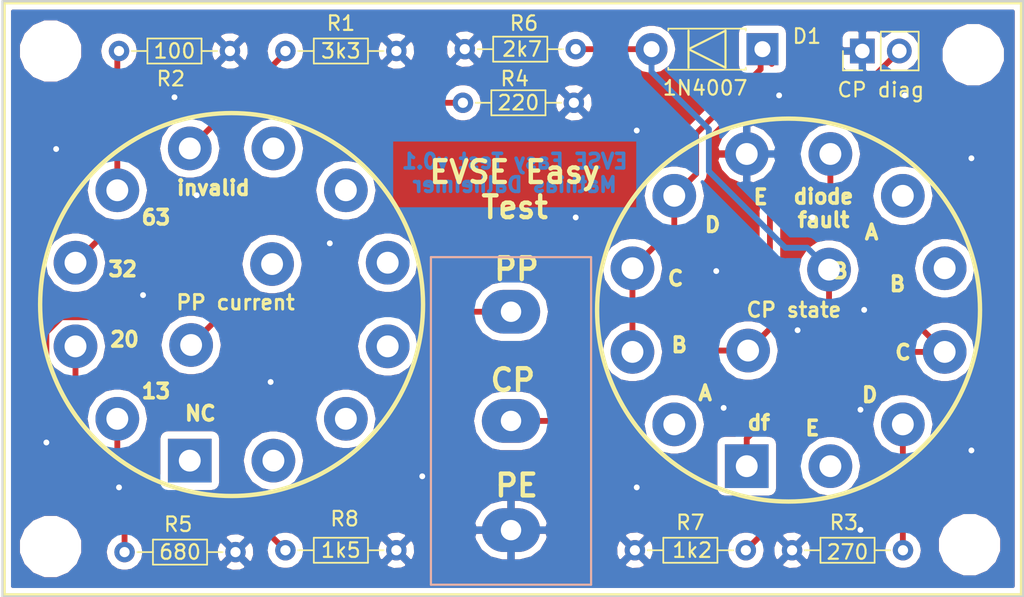
<source format=kicad_pcb>
(kicad_pcb (version 20171130) (host pcbnew 5.0.1-33cea8e~68~ubuntu16.04.1)

  (general
    (thickness 1.6)
    (drawings 32)
    (tracks 90)
    (zones 0)
    (modules 17)
    (nets 13)
  )

  (page A4)
  (layers
    (0 F.Cu signal)
    (31 B.Cu signal)
    (32 B.Adhes user)
    (33 F.Adhes user)
    (34 B.Paste user)
    (35 F.Paste user)
    (36 B.SilkS user)
    (37 F.SilkS user)
    (38 B.Mask user)
    (39 F.Mask user)
    (40 Dwgs.User user)
    (41 Cmts.User user)
    (42 Eco1.User user)
    (43 Eco2.User user)
    (44 Edge.Cuts user)
    (45 Margin user)
    (46 B.CrtYd user)
    (47 F.CrtYd user)
    (48 B.Fab user)
    (49 F.Fab user)
  )

  (setup
    (last_trace_width 0.4)
    (trace_clearance 0.3)
    (zone_clearance 0.508)
    (zone_45_only no)
    (trace_min 0.2)
    (segment_width 0.1)
    (edge_width 0.15)
    (via_size 0.8)
    (via_drill 0.4)
    (via_min_size 0.4)
    (via_min_drill 0.3)
    (uvia_size 0.3)
    (uvia_drill 0.1)
    (uvias_allowed no)
    (uvia_min_size 0.2)
    (uvia_min_drill 0.1)
    (pcb_text_width 0.3)
    (pcb_text_size 1.5 1.5)
    (mod_edge_width 0.15)
    (mod_text_size 1 1)
    (mod_text_width 0.15)
    (pad_size 5.7 5.7)
    (pad_drill 3.2)
    (pad_to_mask_clearance 0.051)
    (solder_mask_min_width 0.25)
    (aux_axis_origin 0 0)
    (visible_elements FFFFFF7F)
    (pcbplotparams
      (layerselection 0x010f0_ffffffff)
      (usegerberextensions false)
      (usegerberattributes false)
      (usegerberadvancedattributes false)
      (creategerberjobfile false)
      (excludeedgelayer true)
      (linewidth 0.100000)
      (plotframeref false)
      (viasonmask false)
      (mode 1)
      (useauxorigin false)
      (hpglpennumber 1)
      (hpglpenspeed 20)
      (hpglpendiameter 15.000000)
      (psnegative false)
      (psa4output false)
      (plotreference true)
      (plotvalue true)
      (plotinvisibletext false)
      (padsonsilk false)
      (subtractmaskfromsilk false)
      (outputformat 1)
      (mirror false)
      (drillshape 0)
      (scaleselection 1)
      (outputdirectory "gerber/v0.1/"))
  )

  (net 0 "")
  (net 1 "Net-(D1-Pad2)")
  (net 2 "Net-(D1-Pad1)")
  (net 3 PP)
  (net 4 CP)
  (net 5 PE)
  (net 6 "Net-(R1-Pad2)")
  (net 7 "Net-(R2-Pad2)")
  (net 8 "Net-(R3-Pad2)")
  (net 9 "Net-(R4-Pad2)")
  (net 10 "Net-(R5-Pad2)")
  (net 11 "Net-(R7-Pad2)")
  (net 12 "Net-(R8-Pad2)")

  (net_class Default "This is the default net class."
    (clearance 0.3)
    (trace_width 0.4)
    (via_dia 0.8)
    (via_drill 0.4)
    (uvia_dia 0.3)
    (uvia_drill 0.1)
    (add_net CP)
    (add_net "Net-(D1-Pad1)")
    (add_net "Net-(D1-Pad2)")
    (add_net "Net-(R1-Pad2)")
    (add_net "Net-(R2-Pad2)")
    (add_net "Net-(R3-Pad2)")
    (add_net "Net-(R4-Pad2)")
    (add_net "Net-(R5-Pad2)")
    (add_net "Net-(R7-Pad2)")
    (add_net "Net-(R8-Pad2)")
    (add_net PE)
    (add_net PP)
  )

  (module local:LorlinCK-1060 (layer F.Cu) (tedit 5C1CC9EF) (tstamp 5C1BA7EC)
    (at 56.247 61.355)
    (path /5C014D70)
    (fp_text reference SW1 (at 0.127 -0.127) (layer F.SilkS) hide
      (effects (font (size 1 1) (thickness 0.15)))
    )
    (fp_text value "PP current" (at 0.268 -0.141) (layer F.SilkS)
      (effects (font (size 1 1) (thickness 0.2)))
    )
    (fp_circle (center 0 0) (end 0 13.4) (layer F.CrtYd) (width 0.05))
    (fp_circle (center 0 0) (end 13.15 0) (layer F.SilkS) (width 0.3))
    (fp_circle (center 0 0) (end 13.75 0) (layer F.Fab) (width 0.15))
    (pad 14 thru_hole oval (at 2.78 -2.78) (size 3 3) (drill 1.5) (layers *.Cu *.Mask))
    (pad 13 thru_hole oval (at -2.78 2.78) (size 3 3) (drill 1.5) (layers *.Cu *.Mask)
      (net 3 PP))
    (pad 6 thru_hole oval (at -2.872891 -10.721776) (size 3 3) (drill 1.5) (layers *.Cu *.Mask)
      (net 6 "Net-(R1-Pad2)"))
    (pad 5 thru_hole oval (at -7.848885 -7.848885) (size 3 3) (drill 1.5) (layers *.Cu *.Mask)
      (net 7 "Net-(R2-Pad2)"))
    (pad 4 thru_hole oval (at -10.721776 -2.872891) (size 3 3) (drill 1.5) (layers *.Cu *.Mask)
      (net 9 "Net-(R4-Pad2)"))
    (pad 3 thru_hole oval (at -10.721776 2.872891) (size 3 3) (drill 1.5) (layers *.Cu *.Mask)
      (net 10 "Net-(R5-Pad2)"))
    (pad 2 thru_hole oval (at -7.848885 7.848885) (size 3 3) (drill 1.5) (layers *.Cu *.Mask)
      (net 12 "Net-(R8-Pad2)"))
    (pad 1 thru_hole rect (at -2.872891 10.721776) (size 3 3) (drill 1.5) (layers *.Cu *.Mask))
    (pad 12 thru_hole oval (at 2.872891 10.721776) (size 3 3) (drill 1.5) (layers *.Cu *.Mask))
    (pad 11 thru_hole oval (at 7.848885 7.848885) (size 3 3) (drill 1.5) (layers *.Cu *.Mask))
    (pad 10 thru_hole oval (at 10.721776 2.872891) (size 3 3) (drill 1.5) (layers *.Cu *.Mask))
    (pad 9 thru_hole oval (at 10.721776 -2.872891) (size 3 3) (drill 1.5) (layers *.Cu *.Mask))
    (pad 8 thru_hole oval (at 7.848885 -7.848885) (size 3 3) (drill 1.5) (layers *.Cu *.Mask))
    (pad 7 thru_hole oval (at 2.872891 -10.721776) (size 3 3) (drill 1.5) (layers *.Cu *.Mask))
  )

  (module local:LorlinCK-1060 (layer F.Cu) (tedit 5C1CC9B8) (tstamp 5C1BA880)
    (at 94.502 61.736)
    (path /5C014C66)
    (fp_text reference SW2 (at -0.508 0) (layer F.SilkS) hide
      (effects (font (size 1 1) (thickness 0.15)))
    )
    (fp_text value "CP state" (at 0.367 -0.014) (layer F.SilkS)
      (effects (font (size 1 1) (thickness 0.2)))
    )
    (fp_circle (center 0 0) (end 13.75 0) (layer F.Fab) (width 0.15))
    (fp_circle (center 0 0) (end 13.15 0) (layer F.SilkS) (width 0.3))
    (fp_circle (center 0 0) (end 0 13.4) (layer F.CrtYd) (width 0.05))
    (pad 7 thru_hole oval (at 2.872891 -10.721776) (size 3 3) (drill 1.5) (layers *.Cu *.Mask)
      (net 11 "Net-(R7-Pad2)"))
    (pad 8 thru_hole oval (at 7.848885 -7.848885) (size 3 3) (drill 1.5) (layers *.Cu *.Mask))
    (pad 9 thru_hole oval (at 10.721776 -2.872891) (size 3 3) (drill 1.5) (layers *.Cu *.Mask))
    (pad 10 thru_hole oval (at 10.721776 2.872891) (size 3 3) (drill 1.5) (layers *.Cu *.Mask)
      (net 11 "Net-(R7-Pad2)"))
    (pad 11 thru_hole oval (at 7.848885 7.848885) (size 3 3) (drill 1.5) (layers *.Cu *.Mask)
      (net 8 "Net-(R3-Pad2)"))
    (pad 12 thru_hole oval (at 2.872891 10.721776) (size 3 3) (drill 1.5) (layers *.Cu *.Mask))
    (pad 1 thru_hole rect (at -2.872891 10.721776) (size 3 3) (drill 1.5) (layers *.Cu *.Mask)
      (net 1 "Net-(D1-Pad2)"))
    (pad 2 thru_hole oval (at -7.848885 7.848885) (size 3 3) (drill 1.5) (layers *.Cu *.Mask))
    (pad 3 thru_hole oval (at -10.721776 2.872891) (size 3 3) (drill 1.5) (layers *.Cu *.Mask)
      (net 2 "Net-(D1-Pad1)"))
    (pad 4 thru_hole oval (at -10.721776 -2.872891) (size 3 3) (drill 1.5) (layers *.Cu *.Mask)
      (net 2 "Net-(D1-Pad1)"))
    (pad 5 thru_hole oval (at -7.848885 -7.848885) (size 3 3) (drill 1.5) (layers *.Cu *.Mask)
      (net 2 "Net-(D1-Pad1)"))
    (pad 6 thru_hole oval (at -2.872891 -10.721776) (size 3 3) (drill 1.5) (layers *.Cu *.Mask)
      (net 5 PE))
    (pad 13 thru_hole oval (at -2.78 2.78) (size 3 3) (drill 1.5) (layers *.Cu *.Mask)
      (net 4 CP))
    (pad 14 thru_hole oval (at 2.78 -2.78) (size 3 3) (drill 1.5) (layers *.Cu *.Mask)
      (net 1 "Net-(D1-Pad2)"))
  )

  (module local:D_DO-41_SOD81_P7.62mm_Horizontal (layer F.Cu) (tedit 5C1A54B5) (tstamp 5C1A62DA)
    (at 92.71 43.815 180)
    (descr "D, DO-41_SOD81 series, Axial, Horizontal, pin pitch=7.62mm, , length*diameter=5.2*2.7mm^2, , http://www.diodes.com/_files/packages/DO-41%20(Plastic).pdf")
    (tags "D DO-41_SOD81 series Axial Horizontal pin pitch 7.62mm  length 5.2mm diameter 2.7mm")
    (path /5C013AD5)
    (fp_text reference D1 (at -3.048 0.889 180) (layer F.SilkS)
      (effects (font (size 1 1) (thickness 0.15)))
    )
    (fp_text value 1N4007 (at 3.937 -2.667 180) (layer F.SilkS)
      (effects (font (size 1 1) (thickness 0.15)))
    )
    (fp_line (start 1.21 -1.35) (end 1.21 1.35) (layer F.Fab) (width 0.1))
    (fp_line (start 1.21 1.35) (end 6.41 1.35) (layer F.Fab) (width 0.1))
    (fp_line (start 6.41 1.35) (end 6.41 -1.35) (layer F.Fab) (width 0.1))
    (fp_line (start 6.41 -1.35) (end 1.21 -1.35) (layer F.Fab) (width 0.1))
    (fp_line (start 0 0) (end 1.21 0) (layer F.Fab) (width 0.1))
    (fp_line (start 7.62 0) (end 6.41 0) (layer F.Fab) (width 0.1))
    (fp_line (start 1.15 -1.28) (end 1.15 -1.41) (layer F.SilkS) (width 0.12))
    (fp_line (start 1.15 -1.41) (end 6.47 -1.41) (layer F.SilkS) (width 0.12))
    (fp_line (start 6.47 -1.41) (end 6.47 -1.28) (layer F.SilkS) (width 0.12))
    (fp_line (start 1.15 1.28) (end 1.15 1.41) (layer F.SilkS) (width 0.12))
    (fp_line (start 1.15 1.41) (end 6.47 1.41) (layer F.SilkS) (width 0.12))
    (fp_line (start 6.47 1.41) (end 6.47 1.28) (layer F.SilkS) (width 0.12))
    (fp_line (start -1.35 -1.7) (end -1.35 1.7) (layer F.CrtYd) (width 0.05))
    (fp_line (start -1.35 1.7) (end 9 1.7) (layer F.CrtYd) (width 0.05))
    (fp_line (start 9 1.7) (end 9 -1.7) (layer F.CrtYd) (width 0.05))
    (fp_line (start 9 -1.7) (end -1.35 -1.7) (layer F.CrtYd) (width 0.05))
    (fp_line (start 5.08 0) (end 2.54 -1.27) (layer F.SilkS) (width 0.15))
    (fp_line (start 2.54 -1.27) (end 2.54 1.27) (layer F.SilkS) (width 0.15))
    (fp_line (start 2.54 1.27) (end 5.08 0) (layer F.SilkS) (width 0.15))
    (fp_line (start 5.08 -1.27) (end 5.08 1.27) (layer F.SilkS) (width 0.15))
    (pad 1 thru_hole rect (at 0 0 180) (size 2.2 2.2) (drill 1.1) (layers *.Cu *.Mask)
      (net 2 "Net-(D1-Pad1)"))
    (pad 2 thru_hole oval (at 7.62 0 180) (size 2.2 2.2) (drill 1.1) (layers *.Cu *.Mask)
      (net 1 "Net-(D1-Pad2)"))
    (model ${KISYS3DMOD}/Diodes_THT.3dshapes/D_DO-41_SOD81_P7.62mm_Horizontal.wrl
      (at (xyz 0 0 0))
      (scale (xyz 0.393701 0.393701 0.393701))
      (rotate (xyz 0 0 0))
    )
  )

  (module local:Pin_Header_Straight_1x02_Pitch2.54mm (layer F.Cu) (tedit 5C1A6D3F) (tstamp 5C1A6302)
    (at 99.568 43.942 90)
    (descr "Through hole straight pin header, 1x02, 2.54mm pitch, single row")
    (tags "Through hole pin header THT 1x02 2.54mm single row")
    (path /5C014853)
    (fp_text reference J2 (at -2.54 3.175 -180) (layer F.SilkS) hide
      (effects (font (size 1 1) (thickness 0.15)))
    )
    (fp_text value "CP diag" (at -2.667 1.27 -180) (layer F.SilkS)
      (effects (font (size 1 1) (thickness 0.15)))
    )
    (fp_line (start -0.635 -1.27) (end 1.27 -1.27) (layer F.Fab) (width 0.1))
    (fp_line (start 1.27 -1.27) (end 1.27 3.81) (layer F.Fab) (width 0.1))
    (fp_line (start 1.27 3.81) (end -1.27 3.81) (layer F.Fab) (width 0.1))
    (fp_line (start -1.27 3.81) (end -1.27 -0.635) (layer F.Fab) (width 0.1))
    (fp_line (start -1.27 -0.635) (end -0.635 -1.27) (layer F.Fab) (width 0.1))
    (fp_line (start -1.33 3.87) (end 1.33 3.87) (layer F.SilkS) (width 0.12))
    (fp_line (start -1.33 1.27) (end -1.33 3.87) (layer F.SilkS) (width 0.12))
    (fp_line (start 1.33 1.27) (end 1.33 3.87) (layer F.SilkS) (width 0.12))
    (fp_line (start -1.33 1.27) (end 1.33 1.27) (layer F.SilkS) (width 0.12))
    (fp_line (start -1.33 0) (end -1.33 -1.33) (layer F.SilkS) (width 0.12))
    (fp_line (start -1.33 -1.33) (end 0 -1.33) (layer F.SilkS) (width 0.12))
    (fp_line (start -1.8 -1.8) (end -1.8 4.35) (layer F.CrtYd) (width 0.05))
    (fp_line (start -1.8 4.35) (end 1.8 4.35) (layer F.CrtYd) (width 0.05))
    (fp_line (start 1.8 4.35) (end 1.8 -1.8) (layer F.CrtYd) (width 0.05))
    (fp_line (start 1.8 -1.8) (end -1.8 -1.8) (layer F.CrtYd) (width 0.05))
    (fp_text user %R (at 0 1.27 -180) (layer F.Fab)
      (effects (font (size 1 1) (thickness 0.15)))
    )
    (pad 1 thru_hole rect (at 0 0 90) (size 1.7 1.7) (drill 1) (layers *.Cu *.Mask)
      (net 5 PE))
    (pad 2 thru_hole oval (at 0 2.54 90) (size 1.7 1.7) (drill 1) (layers *.Cu *.Mask)
      (net 4 CP))
    (model ${KISYS3DMOD}/Pin_Headers.3dshapes/Pin_Header_Straight_1x02_Pitch2.54mm.wrl
      (at (xyz 0 0 0))
      (scale (xyz 1 1 1))
      (rotate (xyz 0 0 0))
    )
  )

  (module local:R_Axial_DIN0204_L3.6mm_D1.6mm_P7.62mm_Horizontal (layer F.Cu) (tedit 5C1A6962) (tstamp 5C1A6D7B)
    (at 67.564 43.942 180)
    (descr "Resistor, Axial_DIN0204 series, Axial, Horizontal, pin pitch=7.62mm, 0.16666666666666666W = 1/6W, length*diameter=3.6*1.6mm^2, http://cdn-reichelt.de/documents/datenblatt/B400/1_4W%23YAG.pdf")
    (tags "Resistor Axial_DIN0204 series Axial Horizontal pin pitch 7.62mm 0.16666666666666666W = 1/6W length 3.6mm diameter 1.6mm")
    (path /5C0168FE)
    (fp_text reference R1 (at 3.81 1.905 180) (layer F.SilkS)
      (effects (font (size 1 1) (thickness 0.15)))
    )
    (fp_text value 3k3 (at 3.81 0 180) (layer F.SilkS)
      (effects (font (size 1 1) (thickness 0.15)))
    )
    (fp_line (start 2.01 -0.8) (end 2.01 0.8) (layer F.Fab) (width 0.1))
    (fp_line (start 2.01 0.8) (end 5.61 0.8) (layer F.Fab) (width 0.1))
    (fp_line (start 5.61 0.8) (end 5.61 -0.8) (layer F.Fab) (width 0.1))
    (fp_line (start 5.61 -0.8) (end 2.01 -0.8) (layer F.Fab) (width 0.1))
    (fp_line (start 0 0) (end 2.01 0) (layer F.Fab) (width 0.1))
    (fp_line (start 7.62 0) (end 5.61 0) (layer F.Fab) (width 0.1))
    (fp_line (start 1.95 -0.86) (end 1.95 0.86) (layer F.SilkS) (width 0.12))
    (fp_line (start 1.95 0.86) (end 5.67 0.86) (layer F.SilkS) (width 0.12))
    (fp_line (start 5.67 0.86) (end 5.67 -0.86) (layer F.SilkS) (width 0.12))
    (fp_line (start 5.67 -0.86) (end 1.95 -0.86) (layer F.SilkS) (width 0.12))
    (fp_line (start 0.88 0) (end 1.95 0) (layer F.SilkS) (width 0.12))
    (fp_line (start 6.74 0) (end 5.67 0) (layer F.SilkS) (width 0.12))
    (fp_line (start -0.95 -1.15) (end -0.95 1.15) (layer F.CrtYd) (width 0.05))
    (fp_line (start -0.95 1.15) (end 8.6 1.15) (layer F.CrtYd) (width 0.05))
    (fp_line (start 8.6 1.15) (end 8.6 -1.15) (layer F.CrtYd) (width 0.05))
    (fp_line (start 8.6 -1.15) (end -0.95 -1.15) (layer F.CrtYd) (width 0.05))
    (pad 1 thru_hole circle (at 0 0 180) (size 1.4 1.4) (drill 0.7) (layers *.Cu *.Mask)
      (net 5 PE))
    (pad 2 thru_hole oval (at 7.62 0 180) (size 1.4 1.4) (drill 0.7) (layers *.Cu *.Mask)
      (net 6 "Net-(R1-Pad2)"))
    (model ${KISYS3DMOD}/Resistors_THT.3dshapes/R_Axial_DIN0204_L3.6mm_D1.6mm_P7.62mm_Horizontal.wrl
      (at (xyz 0 0 0))
      (scale (xyz 0.393701 0.393701 0.393701))
      (rotate (xyz 0 0 0))
    )
  )

  (module local:R_Axial_DIN0204_L3.6mm_D1.6mm_P7.62mm_Horizontal (layer F.Cu) (tedit 5C1A6959) (tstamp 5C1A6DE5)
    (at 56.134 43.942 180)
    (descr "Resistor, Axial_DIN0204 series, Axial, Horizontal, pin pitch=7.62mm, 0.16666666666666666W = 1/6W, length*diameter=3.6*1.6mm^2, http://cdn-reichelt.de/documents/datenblatt/B400/1_4W%23YAG.pdf")
    (tags "Resistor Axial_DIN0204 series Axial Horizontal pin pitch 7.62mm 0.16666666666666666W = 1/6W length 3.6mm diameter 1.6mm")
    (path /5C014F4C)
    (fp_text reference R2 (at 4.064 -1.905 180) (layer F.SilkS)
      (effects (font (size 1 1) (thickness 0.15)))
    )
    (fp_text value 100 (at 3.81 0 180) (layer F.SilkS)
      (effects (font (size 1 1) (thickness 0.15)))
    )
    (fp_line (start 2.01 -0.8) (end 2.01 0.8) (layer F.Fab) (width 0.1))
    (fp_line (start 2.01 0.8) (end 5.61 0.8) (layer F.Fab) (width 0.1))
    (fp_line (start 5.61 0.8) (end 5.61 -0.8) (layer F.Fab) (width 0.1))
    (fp_line (start 5.61 -0.8) (end 2.01 -0.8) (layer F.Fab) (width 0.1))
    (fp_line (start 0 0) (end 2.01 0) (layer F.Fab) (width 0.1))
    (fp_line (start 7.62 0) (end 5.61 0) (layer F.Fab) (width 0.1))
    (fp_line (start 1.95 -0.86) (end 1.95 0.86) (layer F.SilkS) (width 0.12))
    (fp_line (start 1.95 0.86) (end 5.67 0.86) (layer F.SilkS) (width 0.12))
    (fp_line (start 5.67 0.86) (end 5.67 -0.86) (layer F.SilkS) (width 0.12))
    (fp_line (start 5.67 -0.86) (end 1.95 -0.86) (layer F.SilkS) (width 0.12))
    (fp_line (start 0.88 0) (end 1.95 0) (layer F.SilkS) (width 0.12))
    (fp_line (start 6.74 0) (end 5.67 0) (layer F.SilkS) (width 0.12))
    (fp_line (start -0.95 -1.15) (end -0.95 1.15) (layer F.CrtYd) (width 0.05))
    (fp_line (start -0.95 1.15) (end 8.6 1.15) (layer F.CrtYd) (width 0.05))
    (fp_line (start 8.6 1.15) (end 8.6 -1.15) (layer F.CrtYd) (width 0.05))
    (fp_line (start 8.6 -1.15) (end -0.95 -1.15) (layer F.CrtYd) (width 0.05))
    (pad 1 thru_hole circle (at 0 0 180) (size 1.4 1.4) (drill 0.7) (layers *.Cu *.Mask)
      (net 5 PE))
    (pad 2 thru_hole oval (at 7.62 0 180) (size 1.4 1.4) (drill 0.7) (layers *.Cu *.Mask)
      (net 7 "Net-(R2-Pad2)"))
    (model ${KISYS3DMOD}/Resistors_THT.3dshapes/R_Axial_DIN0204_L3.6mm_D1.6mm_P7.62mm_Horizontal.wrl
      (at (xyz 0 0 0))
      (scale (xyz 0.393701 0.393701 0.393701))
      (rotate (xyz 0 0 0))
    )
  )

  (module local:R_Axial_DIN0204_L3.6mm_D1.6mm_P7.62mm_Horizontal (layer F.Cu) (tedit 5C1A6C66) (tstamp 5C1A6341)
    (at 94.742 78.232)
    (descr "Resistor, Axial_DIN0204 series, Axial, Horizontal, pin pitch=7.62mm, 0.16666666666666666W = 1/6W, length*diameter=3.6*1.6mm^2, http://cdn-reichelt.de/documents/datenblatt/B400/1_4W%23YAG.pdf")
    (tags "Resistor Axial_DIN0204 series Axial Horizontal pin pitch 7.62mm 0.16666666666666666W = 1/6W length 3.6mm diameter 1.6mm")
    (path /5C0200DE)
    (fp_text reference R3 (at 3.556 -1.905 180) (layer F.SilkS)
      (effects (font (size 1 1) (thickness 0.15)))
    )
    (fp_text value 270 (at 3.81 0.127 180) (layer F.SilkS)
      (effects (font (size 1 1) (thickness 0.15)))
    )
    (fp_line (start 2.01 -0.8) (end 2.01 0.8) (layer F.Fab) (width 0.1))
    (fp_line (start 2.01 0.8) (end 5.61 0.8) (layer F.Fab) (width 0.1))
    (fp_line (start 5.61 0.8) (end 5.61 -0.8) (layer F.Fab) (width 0.1))
    (fp_line (start 5.61 -0.8) (end 2.01 -0.8) (layer F.Fab) (width 0.1))
    (fp_line (start 0 0) (end 2.01 0) (layer F.Fab) (width 0.1))
    (fp_line (start 7.62 0) (end 5.61 0) (layer F.Fab) (width 0.1))
    (fp_line (start 1.95 -0.86) (end 1.95 0.86) (layer F.SilkS) (width 0.12))
    (fp_line (start 1.95 0.86) (end 5.67 0.86) (layer F.SilkS) (width 0.12))
    (fp_line (start 5.67 0.86) (end 5.67 -0.86) (layer F.SilkS) (width 0.12))
    (fp_line (start 5.67 -0.86) (end 1.95 -0.86) (layer F.SilkS) (width 0.12))
    (fp_line (start 0.88 0) (end 1.95 0) (layer F.SilkS) (width 0.12))
    (fp_line (start 6.74 0) (end 5.67 0) (layer F.SilkS) (width 0.12))
    (fp_line (start -0.95 -1.15) (end -0.95 1.15) (layer F.CrtYd) (width 0.05))
    (fp_line (start -0.95 1.15) (end 8.6 1.15) (layer F.CrtYd) (width 0.05))
    (fp_line (start 8.6 1.15) (end 8.6 -1.15) (layer F.CrtYd) (width 0.05))
    (fp_line (start 8.6 -1.15) (end -0.95 -1.15) (layer F.CrtYd) (width 0.05))
    (pad 1 thru_hole circle (at 0 0) (size 1.4 1.4) (drill 0.7) (layers *.Cu *.Mask)
      (net 5 PE))
    (pad 2 thru_hole oval (at 7.62 0) (size 1.4 1.4) (drill 0.7) (layers *.Cu *.Mask)
      (net 8 "Net-(R3-Pad2)"))
    (model ${KISYS3DMOD}/Resistors_THT.3dshapes/R_Axial_DIN0204_L3.6mm_D1.6mm_P7.62mm_Horizontal.wrl
      (at (xyz 0 0 0))
      (scale (xyz 0.393701 0.393701 0.393701))
      (rotate (xyz 0 0 0))
    )
  )

  (module local:R_Axial_DIN0204_L3.6mm_D1.6mm_P7.62mm_Horizontal (layer F.Cu) (tedit 5C1A6CFD) (tstamp 5C1A71A2)
    (at 79.756 47.498 180)
    (descr "Resistor, Axial_DIN0204 series, Axial, Horizontal, pin pitch=7.62mm, 0.16666666666666666W = 1/6W, length*diameter=3.6*1.6mm^2, http://cdn-reichelt.de/documents/datenblatt/B400/1_4W%23YAG.pdf")
    (tags "Resistor Axial_DIN0204 series Axial Horizontal pin pitch 7.62mm 0.16666666666666666W = 1/6W length 3.6mm diameter 1.6mm")
    (path /5C015394)
    (fp_text reference R4 (at 4.064 1.651) (layer F.SilkS)
      (effects (font (size 1 1) (thickness 0.15)))
    )
    (fp_text value 220 (at 3.81 0) (layer F.SilkS)
      (effects (font (size 1 1) (thickness 0.15)))
    )
    (fp_line (start 8.6 -1.15) (end -0.95 -1.15) (layer F.CrtYd) (width 0.05))
    (fp_line (start 8.6 1.15) (end 8.6 -1.15) (layer F.CrtYd) (width 0.05))
    (fp_line (start -0.95 1.15) (end 8.6 1.15) (layer F.CrtYd) (width 0.05))
    (fp_line (start -0.95 -1.15) (end -0.95 1.15) (layer F.CrtYd) (width 0.05))
    (fp_line (start 6.74 0) (end 5.67 0) (layer F.SilkS) (width 0.12))
    (fp_line (start 0.88 0) (end 1.95 0) (layer F.SilkS) (width 0.12))
    (fp_line (start 5.67 -0.86) (end 1.95 -0.86) (layer F.SilkS) (width 0.12))
    (fp_line (start 5.67 0.86) (end 5.67 -0.86) (layer F.SilkS) (width 0.12))
    (fp_line (start 1.95 0.86) (end 5.67 0.86) (layer F.SilkS) (width 0.12))
    (fp_line (start 1.95 -0.86) (end 1.95 0.86) (layer F.SilkS) (width 0.12))
    (fp_line (start 7.62 0) (end 5.61 0) (layer F.Fab) (width 0.1))
    (fp_line (start 0 0) (end 2.01 0) (layer F.Fab) (width 0.1))
    (fp_line (start 5.61 -0.8) (end 2.01 -0.8) (layer F.Fab) (width 0.1))
    (fp_line (start 5.61 0.8) (end 5.61 -0.8) (layer F.Fab) (width 0.1))
    (fp_line (start 2.01 0.8) (end 5.61 0.8) (layer F.Fab) (width 0.1))
    (fp_line (start 2.01 -0.8) (end 2.01 0.8) (layer F.Fab) (width 0.1))
    (pad 2 thru_hole oval (at 7.62 0 180) (size 1.4 1.4) (drill 0.7) (layers *.Cu *.Mask)
      (net 9 "Net-(R4-Pad2)"))
    (pad 1 thru_hole circle (at 0 0 180) (size 1.4 1.4) (drill 0.7) (layers *.Cu *.Mask)
      (net 5 PE))
    (model ${KISYS3DMOD}/Resistors_THT.3dshapes/R_Axial_DIN0204_L3.6mm_D1.6mm_P7.62mm_Horizontal.wrl
      (at (xyz 0 0 0))
      (scale (xyz 0.393701 0.393701 0.393701))
      (rotate (xyz 0 0 0))
    )
  )

  (module local:R_Axial_DIN0204_L3.6mm_D1.6mm_P7.62mm_Horizontal (layer F.Cu) (tedit 5C1A6D17) (tstamp 5C1A636B)
    (at 56.515 78.359 180)
    (descr "Resistor, Axial_DIN0204 series, Axial, Horizontal, pin pitch=7.62mm, 0.16666666666666666W = 1/6W, length*diameter=3.6*1.6mm^2, http://cdn-reichelt.de/documents/datenblatt/B400/1_4W%23YAG.pdf")
    (tags "Resistor Axial_DIN0204 series Axial Horizontal pin pitch 7.62mm 0.16666666666666666W = 1/6W length 3.6mm diameter 1.6mm")
    (path /5C0153D2)
    (fp_text reference R5 (at 3.937 1.905) (layer F.SilkS)
      (effects (font (size 1 1) (thickness 0.15)))
    )
    (fp_text value 680 (at 3.81 0) (layer F.SilkS)
      (effects (font (size 1 1) (thickness 0.15)))
    )
    (fp_line (start 2.01 -0.8) (end 2.01 0.8) (layer F.Fab) (width 0.1))
    (fp_line (start 2.01 0.8) (end 5.61 0.8) (layer F.Fab) (width 0.1))
    (fp_line (start 5.61 0.8) (end 5.61 -0.8) (layer F.Fab) (width 0.1))
    (fp_line (start 5.61 -0.8) (end 2.01 -0.8) (layer F.Fab) (width 0.1))
    (fp_line (start 0 0) (end 2.01 0) (layer F.Fab) (width 0.1))
    (fp_line (start 7.62 0) (end 5.61 0) (layer F.Fab) (width 0.1))
    (fp_line (start 1.95 -0.86) (end 1.95 0.86) (layer F.SilkS) (width 0.12))
    (fp_line (start 1.95 0.86) (end 5.67 0.86) (layer F.SilkS) (width 0.12))
    (fp_line (start 5.67 0.86) (end 5.67 -0.86) (layer F.SilkS) (width 0.12))
    (fp_line (start 5.67 -0.86) (end 1.95 -0.86) (layer F.SilkS) (width 0.12))
    (fp_line (start 0.88 0) (end 1.95 0) (layer F.SilkS) (width 0.12))
    (fp_line (start 6.74 0) (end 5.67 0) (layer F.SilkS) (width 0.12))
    (fp_line (start -0.95 -1.15) (end -0.95 1.15) (layer F.CrtYd) (width 0.05))
    (fp_line (start -0.95 1.15) (end 8.6 1.15) (layer F.CrtYd) (width 0.05))
    (fp_line (start 8.6 1.15) (end 8.6 -1.15) (layer F.CrtYd) (width 0.05))
    (fp_line (start 8.6 -1.15) (end -0.95 -1.15) (layer F.CrtYd) (width 0.05))
    (pad 1 thru_hole circle (at 0 0 180) (size 1.4 1.4) (drill 0.7) (layers *.Cu *.Mask)
      (net 5 PE))
    (pad 2 thru_hole oval (at 7.62 0 180) (size 1.4 1.4) (drill 0.7) (layers *.Cu *.Mask)
      (net 10 "Net-(R5-Pad2)"))
    (model ${KISYS3DMOD}/Resistors_THT.3dshapes/R_Axial_DIN0204_L3.6mm_D1.6mm_P7.62mm_Horizontal.wrl
      (at (xyz 0 0 0))
      (scale (xyz 0.393701 0.393701 0.393701))
      (rotate (xyz 0 0 0))
    )
  )

  (module local:R_Axial_DIN0204_L3.6mm_D1.6mm_P7.62mm_Horizontal (layer F.Cu) (tedit 5C1A697A) (tstamp 5C1A68B6)
    (at 72.263 43.815)
    (descr "Resistor, Axial_DIN0204 series, Axial, Horizontal, pin pitch=7.62mm, 0.16666666666666666W = 1/6W, length*diameter=3.6*1.6mm^2, http://cdn-reichelt.de/documents/datenblatt/B400/1_4W%23YAG.pdf")
    (tags "Resistor Axial_DIN0204 series Axial Horizontal pin pitch 7.62mm 0.16666666666666666W = 1/6W length 3.6mm diameter 1.6mm")
    (path /5C013C45)
    (fp_text reference R6 (at 4.064 -1.778) (layer F.SilkS)
      (effects (font (size 1 1) (thickness 0.15)))
    )
    (fp_text value 2k7 (at 3.937 0) (layer F.SilkS)
      (effects (font (size 1 1) (thickness 0.15)))
    )
    (fp_line (start 8.6 -1.15) (end -0.95 -1.15) (layer F.CrtYd) (width 0.05))
    (fp_line (start 8.6 1.15) (end 8.6 -1.15) (layer F.CrtYd) (width 0.05))
    (fp_line (start -0.95 1.15) (end 8.6 1.15) (layer F.CrtYd) (width 0.05))
    (fp_line (start -0.95 -1.15) (end -0.95 1.15) (layer F.CrtYd) (width 0.05))
    (fp_line (start 6.74 0) (end 5.67 0) (layer F.SilkS) (width 0.12))
    (fp_line (start 0.88 0) (end 1.95 0) (layer F.SilkS) (width 0.12))
    (fp_line (start 5.67 -0.86) (end 1.95 -0.86) (layer F.SilkS) (width 0.12))
    (fp_line (start 5.67 0.86) (end 5.67 -0.86) (layer F.SilkS) (width 0.12))
    (fp_line (start 1.95 0.86) (end 5.67 0.86) (layer F.SilkS) (width 0.12))
    (fp_line (start 1.95 -0.86) (end 1.95 0.86) (layer F.SilkS) (width 0.12))
    (fp_line (start 7.62 0) (end 5.61 0) (layer F.Fab) (width 0.1))
    (fp_line (start 0 0) (end 2.01 0) (layer F.Fab) (width 0.1))
    (fp_line (start 5.61 -0.8) (end 2.01 -0.8) (layer F.Fab) (width 0.1))
    (fp_line (start 5.61 0.8) (end 5.61 -0.8) (layer F.Fab) (width 0.1))
    (fp_line (start 2.01 0.8) (end 5.61 0.8) (layer F.Fab) (width 0.1))
    (fp_line (start 2.01 -0.8) (end 2.01 0.8) (layer F.Fab) (width 0.1))
    (pad 2 thru_hole oval (at 7.62 0) (size 1.4 1.4) (drill 0.7) (layers *.Cu *.Mask)
      (net 1 "Net-(D1-Pad2)"))
    (pad 1 thru_hole circle (at 0 0) (size 1.4 1.4) (drill 0.7) (layers *.Cu *.Mask)
      (net 5 PE))
    (model ${KISYS3DMOD}/Resistors_THT.3dshapes/R_Axial_DIN0204_L3.6mm_D1.6mm_P7.62mm_Horizontal.wrl
      (at (xyz 0 0 0))
      (scale (xyz 0.393701 0.393701 0.393701))
      (rotate (xyz 0 0 0))
    )
  )

  (module local:R_Axial_DIN0204_L3.6mm_D1.6mm_P7.62mm_Horizontal (layer F.Cu) (tedit 5C1A6989) (tstamp 5C1A70CD)
    (at 83.947 78.232)
    (descr "Resistor, Axial_DIN0204 series, Axial, Horizontal, pin pitch=7.62mm, 0.16666666666666666W = 1/6W, length*diameter=3.6*1.6mm^2, http://cdn-reichelt.de/documents/datenblatt/B400/1_4W%23YAG.pdf")
    (tags "Resistor Axial_DIN0204 series Axial Horizontal pin pitch 7.62mm 0.16666666666666666W = 1/6W length 3.6mm diameter 1.6mm")
    (path /5C01E965)
    (fp_text reference R7 (at 3.81 -1.905 -180) (layer F.SilkS)
      (effects (font (size 1 1) (thickness 0.15)))
    )
    (fp_text value 1k2 (at 3.937 0 -180) (layer F.SilkS)
      (effects (font (size 1 1) (thickness 0.15)))
    )
    (fp_line (start 8.6 -1.15) (end -0.95 -1.15) (layer F.CrtYd) (width 0.05))
    (fp_line (start 8.6 1.15) (end 8.6 -1.15) (layer F.CrtYd) (width 0.05))
    (fp_line (start -0.95 1.15) (end 8.6 1.15) (layer F.CrtYd) (width 0.05))
    (fp_line (start -0.95 -1.15) (end -0.95 1.15) (layer F.CrtYd) (width 0.05))
    (fp_line (start 6.74 0) (end 5.67 0) (layer F.SilkS) (width 0.12))
    (fp_line (start 0.88 0) (end 1.95 0) (layer F.SilkS) (width 0.12))
    (fp_line (start 5.67 -0.86) (end 1.95 -0.86) (layer F.SilkS) (width 0.12))
    (fp_line (start 5.67 0.86) (end 5.67 -0.86) (layer F.SilkS) (width 0.12))
    (fp_line (start 1.95 0.86) (end 5.67 0.86) (layer F.SilkS) (width 0.12))
    (fp_line (start 1.95 -0.86) (end 1.95 0.86) (layer F.SilkS) (width 0.12))
    (fp_line (start 7.62 0) (end 5.61 0) (layer F.Fab) (width 0.1))
    (fp_line (start 0 0) (end 2.01 0) (layer F.Fab) (width 0.1))
    (fp_line (start 5.61 -0.8) (end 2.01 -0.8) (layer F.Fab) (width 0.1))
    (fp_line (start 5.61 0.8) (end 5.61 -0.8) (layer F.Fab) (width 0.1))
    (fp_line (start 2.01 0.8) (end 5.61 0.8) (layer F.Fab) (width 0.1))
    (fp_line (start 2.01 -0.8) (end 2.01 0.8) (layer F.Fab) (width 0.1))
    (pad 2 thru_hole oval (at 7.62 0) (size 1.4 1.4) (drill 0.7) (layers *.Cu *.Mask)
      (net 11 "Net-(R7-Pad2)"))
    (pad 1 thru_hole circle (at 0 0) (size 1.4 1.4) (drill 0.7) (layers *.Cu *.Mask)
      (net 5 PE))
    (model ${KISYS3DMOD}/Resistors_THT.3dshapes/R_Axial_DIN0204_L3.6mm_D1.6mm_P7.62mm_Horizontal.wrl
      (at (xyz 0 0 0))
      (scale (xyz 0.393701 0.393701 0.393701))
      (rotate (xyz 0 0 0))
    )
  )

  (module local:R_Axial_DIN0204_L3.6mm_D1.6mm_P7.62mm_Horizontal (layer F.Cu) (tedit 5C1A6D21) (tstamp 5C2CAEC3)
    (at 67.564 78.232 180)
    (descr "Resistor, Axial_DIN0204 series, Axial, Horizontal, pin pitch=7.62mm, 0.16666666666666666W = 1/6W, length*diameter=3.6*1.6mm^2, http://cdn-reichelt.de/documents/datenblatt/B400/1_4W%23YAG.pdf")
    (tags "Resistor Axial_DIN0204 series Axial Horizontal pin pitch 7.62mm 0.16666666666666666W = 1/6W length 3.6mm diameter 1.6mm")
    (path /5C01547C)
    (fp_text reference R8 (at 3.556 2.159 180) (layer F.SilkS)
      (effects (font (size 1 1) (thickness 0.15)))
    )
    (fp_text value 1k5 (at 3.81 0 180) (layer F.SilkS)
      (effects (font (size 1 1) (thickness 0.15)))
    )
    (fp_line (start 8.6 -1.15) (end -0.95 -1.15) (layer F.CrtYd) (width 0.05))
    (fp_line (start 8.6 1.15) (end 8.6 -1.15) (layer F.CrtYd) (width 0.05))
    (fp_line (start -0.95 1.15) (end 8.6 1.15) (layer F.CrtYd) (width 0.05))
    (fp_line (start -0.95 -1.15) (end -0.95 1.15) (layer F.CrtYd) (width 0.05))
    (fp_line (start 6.74 0) (end 5.67 0) (layer F.SilkS) (width 0.12))
    (fp_line (start 0.88 0) (end 1.95 0) (layer F.SilkS) (width 0.12))
    (fp_line (start 5.67 -0.86) (end 1.95 -0.86) (layer F.SilkS) (width 0.12))
    (fp_line (start 5.67 0.86) (end 5.67 -0.86) (layer F.SilkS) (width 0.12))
    (fp_line (start 1.95 0.86) (end 5.67 0.86) (layer F.SilkS) (width 0.12))
    (fp_line (start 1.95 -0.86) (end 1.95 0.86) (layer F.SilkS) (width 0.12))
    (fp_line (start 7.62 0) (end 5.61 0) (layer F.Fab) (width 0.1))
    (fp_line (start 0 0) (end 2.01 0) (layer F.Fab) (width 0.1))
    (fp_line (start 5.61 -0.8) (end 2.01 -0.8) (layer F.Fab) (width 0.1))
    (fp_line (start 5.61 0.8) (end 5.61 -0.8) (layer F.Fab) (width 0.1))
    (fp_line (start 2.01 0.8) (end 5.61 0.8) (layer F.Fab) (width 0.1))
    (fp_line (start 2.01 -0.8) (end 2.01 0.8) (layer F.Fab) (width 0.1))
    (pad 2 thru_hole oval (at 7.62 0 180) (size 1.4 1.4) (drill 0.7) (layers *.Cu *.Mask)
      (net 12 "Net-(R8-Pad2)"))
    (pad 1 thru_hole circle (at 0 0 180) (size 1.4 1.4) (drill 0.7) (layers *.Cu *.Mask)
      (net 5 PE))
    (model ${KISYS3DMOD}/Resistors_THT.3dshapes/R_Axial_DIN0204_L3.6mm_D1.6mm_P7.62mm_Horizontal.wrl
      (at (xyz 0 0 0))
      (scale (xyz 0.393701 0.393701 0.393701))
      (rotate (xyz 0 0 0))
    )
  )

  (module local:RIACon175_3poles_AKL175-03 (layer B.Cu) (tedit 5C1CC8EB) (tstamp 5C1B9639)
    (at 75.438 69.349 90)
    (path /5C014991)
    (fp_text reference J1 (at 0 -3.81 90) (layer B.SilkS) hide
      (effects (font (size 1 1) (thickness 0.15)) (justify mirror))
    )
    (fp_text value "Type 2" (at 0 3.81 90) (layer B.Fab)
      (effects (font (size 1 1) (thickness 0.15)) (justify mirror))
    )
    (fp_line (start 11.25 5.5) (end 11.25 -5.5) (layer B.SilkS) (width 0.15))
    (fp_line (start 11.25 -5.5) (end -11.25 -5.5) (layer B.SilkS) (width 0.15))
    (fp_line (start -11.25 -5.5) (end -11.25 5.5) (layer B.SilkS) (width 0.15))
    (fp_line (start -11.25 5.5) (end 11.25 5.5) (layer B.SilkS) (width 0.15))
    (pad 1 thru_hole oval (at -7.5 0 90) (size 3 4) (drill 1.4) (layers *.Cu *.Mask)
      (net 5 PE))
    (pad 2 thru_hole oval (at 0 0 90) (size 3 4) (drill 1.4) (layers *.Cu *.Mask)
      (net 4 CP))
    (pad 3 thru_hole oval (at 7.5 0 90) (size 3 4) (drill 1.4) (layers *.Cu *.Mask)
      (net 3 PP))
  )

  (module Mounting_Holes:MountingHole_3.2mm_M3 (layer F.Cu) (tedit 5C1CDCB1) (tstamp 5C1D3E4A)
    (at 107.188 44.196)
    (descr "Mounting Hole 3.2mm, no annular, M3")
    (tags "mounting hole 3.2mm no annular m3")
    (attr virtual)
    (fp_text reference REF** (at 0 -4.2) (layer F.SilkS) hide
      (effects (font (size 1 1) (thickness 0.15)))
    )
    (fp_text value MountingHole_3.2mm_M3 (at 0 4.2) (layer F.Fab) hide
      (effects (font (size 1 1) (thickness 0.15)))
    )
    (fp_text user %R (at 0.3 0) (layer F.Fab)
      (effects (font (size 1 1) (thickness 0.15)))
    )
    (fp_circle (center 0 0) (end 3.2 0) (layer Cmts.User) (width 0.15))
    (fp_circle (center 0 0) (end 3.45 0) (layer F.CrtYd) (width 0.05))
    (pad 1 np_thru_hole circle (at 0 0) (size 3.2 3.2) (drill 3.2) (layers *.Cu *.Mask))
  )

  (module Mounting_Holes:MountingHole_3.2mm_M3 (layer F.Cu) (tedit 5C1CDCB7) (tstamp 5C1D3FF0)
    (at 43.815 77.978)
    (descr "Mounting Hole 3.2mm, no annular, M3")
    (tags "mounting hole 3.2mm no annular m3")
    (attr virtual)
    (fp_text reference REF** (at 0 -4.2) (layer F.SilkS) hide
      (effects (font (size 1 1) (thickness 0.15)))
    )
    (fp_text value MountingHole_3.2mm_M3 (at 0 4.2) (layer F.Fab) hide
      (effects (font (size 1 1) (thickness 0.15)))
    )
    (fp_text user %R (at 0.3 0) (layer F.Fab)
      (effects (font (size 1 1) (thickness 0.15)))
    )
    (fp_circle (center 0 0) (end 3.2 0) (layer Cmts.User) (width 0.15))
    (fp_circle (center 0 0) (end 3.45 0) (layer F.CrtYd) (width 0.05))
    (pad 1 np_thru_hole circle (at 0 0) (size 3.2 3.2) (drill 3.2) (layers *.Cu *.Mask))
  )

  (module Mounting_Holes:MountingHole_3.2mm_M3 (layer F.Cu) (tedit 5C1CDCBB) (tstamp 5C1D5803)
    (at 43.815 43.942)
    (descr "Mounting Hole 3.2mm, no annular, M3")
    (tags "mounting hole 3.2mm no annular m3")
    (attr virtual)
    (fp_text reference REF** (at 0 -4.2) (layer F.SilkS) hide
      (effects (font (size 1 1) (thickness 0.15)))
    )
    (fp_text value MountingHole_3.2mm_M3 (at 0 4.2) (layer F.Fab) hide
      (effects (font (size 1 1) (thickness 0.15)))
    )
    (fp_text user %R (at 0.3 0) (layer F.Fab)
      (effects (font (size 1 1) (thickness 0.15)))
    )
    (fp_circle (center 0 0) (end 3.2 0) (layer Cmts.User) (width 0.15))
    (fp_circle (center 0 0) (end 3.45 0) (layer F.CrtYd) (width 0.05))
    (pad 1 np_thru_hole circle (at 0 0) (size 3.2 3.2) (drill 3.2) (layers *.Cu *.Mask))
  )

  (module Mounting_Holes:MountingHole_3.2mm_M3 (layer F.Cu) (tedit 5C1CDCA5) (tstamp 5C1D59B1)
    (at 106.934 77.851)
    (descr "Mounting Hole 3.2mm, no annular, M3")
    (tags "mounting hole 3.2mm no annular m3")
    (attr virtual)
    (fp_text reference REF** (at 0 -4.2) (layer F.SilkS) hide
      (effects (font (size 1 1) (thickness 0.15)))
    )
    (fp_text value MountingHole_3.2mm_M3 (at 0 4.2) (layer F.Fab) hide
      (effects (font (size 1 1) (thickness 0.15)))
    )
    (fp_text user %R (at 0.3 0) (layer F.Fab)
      (effects (font (size 1 1) (thickness 0.15)))
    )
    (fp_circle (center 0 0) (end 3.2 0) (layer Cmts.User) (width 0.15))
    (fp_circle (center 0 0) (end 3.45 0) (layer F.CrtYd) (width 0.05))
    (pad 1 np_thru_hole circle (at 0 0) (size 3.2 3.2) (drill 3.2) (layers *.Cu *.Mask))
  )

  (gr_text B (at 86.995 64.135) (layer F.SilkS)
    (effects (font (size 1 1) (thickness 0.25)))
  )
  (gr_text "diode\nfault" (at 96.901 54.737) (layer F.SilkS)
    (effects (font (size 1 1) (thickness 0.25)))
  )
  (gr_text E (at 96.139 69.85) (layer F.SilkS)
    (effects (font (size 1 1) (thickness 0.25)))
  )
  (gr_text D (at 100.076 67.564) (layer F.SilkS)
    (effects (font (size 1 1) (thickness 0.25)))
  )
  (gr_text C (at 102.362 64.643) (layer F.SilkS)
    (effects (font (size 1 1) (thickness 0.25)))
  )
  (gr_text B (at 98.044 59.055) (layer F.SilkS)
    (effects (font (size 1 1) (thickness 0.25)))
  )
  (gr_text A (at 100.203 56.388) (layer F.SilkS)
    (effects (font (size 1 1) (thickness 0.25)))
  )
  (gr_line (start 40.513 40.513) (end 40.513 81.407) (layer Edge.Cuts) (width 0.15))
  (gr_line (start 110.617 40.513) (end 40.513 40.513) (layer Edge.Cuts) (width 0.15))
  (gr_line (start 110.617 81.407) (end 110.617 40.513) (layer Edge.Cuts) (width 0.15))
  (gr_line (start 40.513 81.407) (end 110.617 81.407) (layer Edge.Cuts) (width 0.15))
  (gr_text df (at 92.456 69.469) (layer F.SilkS)
    (effects (font (size 1 1) (thickness 0.25)))
  )
  (gr_text E (at 92.583 53.975) (layer F.SilkS)
    (effects (font (size 1 1) (thickness 0.25)))
  )
  (gr_text D (at 89.281 55.88) (layer F.SilkS)
    (effects (font (size 1 1) (thickness 0.25)))
  )
  (gr_text C (at 86.741 59.563) (layer F.SilkS)
    (effects (font (size 1 1) (thickness 0.25)))
  )
  (gr_text B (at 101.981 59.944) (layer F.SilkS)
    (effects (font (size 1 1) (thickness 0.25)))
  )
  (gr_text A (at 88.773 67.437) (layer F.SilkS)
    (effects (font (size 1 1) (thickness 0.25)))
  )
  (gr_text invalid (at 54.991 53.34) (layer F.SilkS)
    (effects (font (size 1 1) (thickness 0.25)))
  )
  (gr_text 63 (at 51.054 55.372) (layer F.SilkS)
    (effects (font (size 1 1) (thickness 0.25)))
  )
  (gr_text 32 (at 48.768 58.928) (layer F.SilkS)
    (effects (font (size 1 1) (thickness 0.25)))
  )
  (gr_text 20 (at 48.895 63.754) (layer F.SilkS)
    (effects (font (size 1 1) (thickness 0.25)))
  )
  (gr_text 13 (at 51.054 67.31) (layer F.SilkS)
    (effects (font (size 1 1) (thickness 0.25)))
  )
  (gr_text NC (at 54.102 68.834) (layer F.SilkS)
    (effects (font (size 1 1) (thickness 0.25)))
  )
  (gr_text PE (at 75.819 73.787) (layer F.SilkS)
    (effects (font (size 1.5 1.5) (thickness 0.3)))
  )
  (gr_text CP (at 75.565 66.548) (layer F.SilkS) (tstamp 5C1A6921)
    (effects (font (size 1.5 1.5) (thickness 0.3)))
  )
  (gr_text PP (at 75.819 58.928) (layer F.SilkS) (tstamp 5C05507B)
    (effects (font (size 1.5 1.5) (thickness 0.3)))
  )
  (gr_text "EVSE Easy Test v0.1\nMathias Dalheimer" (at 75.692 52.324) (layer B.Cu)
    (effects (font (size 1 1) (thickness 0.25)) (justify mirror))
  )
  (gr_text "EVSE Easy\nTest" (at 75.692 53.467) (layer F.SilkS)
    (effects (font (size 1.5 1.5) (thickness 0.3)))
  )
  (gr_line (start 40.64 40.64) (end 110.49 40.64) (layer F.SilkS) (width 0.2))
  (gr_line (start 110.49 40.64) (end 110.49 81.28) (layer F.SilkS) (width 0.2))
  (gr_line (start 40.64 40.64) (end 40.64 81.28) (layer F.SilkS) (width 0.2))
  (gr_line (start 40.64 81.28) (end 110.49 81.28) (layer F.SilkS) (width 0.2))

  (segment (start 97.282 61.07732) (end 97.282 58.956) (width 0.4) (layer F.Cu) (net 1))
  (segment (start 97.282 64.904885) (end 97.282 61.07732) (width 0.4) (layer F.Cu) (net 1))
  (segment (start 91.629109 70.557776) (end 97.282 64.904885) (width 0.4) (layer F.Cu) (net 1))
  (segment (start 91.629109 72.457776) (end 91.629109 70.557776) (width 0.4) (layer F.Cu) (net 1))
  (segment (start 79.883 43.815) (end 85.09 43.815) (width 0.4) (layer F.Cu) (net 1))
  (segment (start 85.09 45.370634) (end 89.027 49.307634) (width 0.4) (layer B.Cu) (net 1))
  (segment (start 85.09 43.815) (end 85.09 45.370634) (width 0.4) (layer B.Cu) (net 1))
  (segment (start 89.027 49.307634) (end 89.027 52.197) (width 0.4) (layer B.Cu) (net 1))
  (segment (start 94.286001 57.456001) (end 95.782001 57.456001) (width 0.4) (layer B.Cu) (net 1))
  (segment (start 95.782001 57.456001) (end 97.282 58.956) (width 0.4) (layer B.Cu) (net 1))
  (segment (start 89.027 52.197) (end 94.286001 57.456001) (width 0.4) (layer B.Cu) (net 1))
  (segment (start 93.345 44.825333) (end 93.345 43.815) (width 0.4) (layer F.Cu) (net 2) (status 30))
  (segment (start 83.780224 62.487571) (end 83.780224 58.863109) (width 0.4) (layer F.Cu) (net 2))
  (segment (start 83.780224 64.608891) (end 83.780224 62.487571) (width 0.4) (layer F.Cu) (net 2))
  (segment (start 86.653115 55.990218) (end 86.653115 53.887115) (width 0.4) (layer F.Cu) (net 2))
  (segment (start 83.780224 58.863109) (end 86.653115 55.990218) (width 0.4) (layer F.Cu) (net 2))
  (segment (start 92.583 45.188) (end 92.583 43.688) (width 0.4) (layer F.Cu) (net 2))
  (segment (start 88.153114 49.617886) (end 92.583 45.188) (width 0.4) (layer F.Cu) (net 2))
  (segment (start 88.153114 52.387116) (end 88.153114 49.617886) (width 0.4) (layer F.Cu) (net 2))
  (segment (start 86.653115 53.887115) (end 88.153114 52.387116) (width 0.4) (layer F.Cu) (net 2))
  (segment (start 55.753 61.849) (end 75.438 61.849) (width 0.4) (layer F.Cu) (net 3))
  (segment (start 53.467 64.135) (end 55.753 61.849) (width 0.4) (layer F.Cu) (net 3))
  (segment (start 98.806 47.244) (end 102.108 43.942) (width 0.4) (layer F.Cu) (net 4))
  (segment (start 96.774 47.244) (end 98.806 47.244) (width 0.4) (layer F.Cu) (net 4))
  (segment (start 91.722 64.516) (end 93.221999 63.016001) (width 0.4) (layer F.Cu) (net 4))
  (segment (start 94.488 49.53) (end 96.774 47.244) (width 0.4) (layer F.Cu) (net 4))
  (segment (start 93.221999 63.016001) (end 93.221999 54.987001) (width 0.4) (layer F.Cu) (net 4))
  (segment (start 93.221999 54.987001) (end 94.488 53.721) (width 0.4) (layer F.Cu) (net 4))
  (segment (start 94.488 53.721) (end 94.488 49.53) (width 0.4) (layer F.Cu) (net 4))
  (segment (start 89.60068 64.516) (end 88.58468 65.532) (width 0.4) (layer F.Cu) (net 4))
  (segment (start 91.722 64.516) (end 89.60068 64.516) (width 0.4) (layer F.Cu) (net 4))
  (segment (start 88.58468 65.532) (end 86.614 65.532) (width 0.4) (layer F.Cu) (net 4))
  (segment (start 82.797 69.349) (end 75.438 69.349) (width 0.4) (layer F.Cu) (net 4))
  (segment (start 86.614 65.532) (end 82.797 69.349) (width 0.4) (layer F.Cu) (net 4))
  (segment (start 43.525223 63.26789) (end 44.565223 62.22789) (width 0.4) (layer F.Cu) (net 5))
  (segment (start 44.565223 62.22789) (end 47.363223 62.22789) (width 0.4) (layer F.Cu) (net 5))
  (segment (start 47.363223 62.22789) (end 49.603224 64.467891) (width 0.4) (layer F.Cu) (net 5))
  (segment (start 43.815 71.12) (end 43.525223 70.830223) (width 0.4) (layer F.Cu) (net 5))
  (segment (start 43.525223 70.830223) (end 43.525223 63.26789) (width 0.4) (layer F.Cu) (net 5))
  (via (at 99.695 61.722) (size 0.8) (drill 0.4) (layers F.Cu B.Cu) (net 5))
  (via (at 95.123 63.119) (size 0.8) (drill 0.4) (layers F.Cu B.Cu) (net 5))
  (via (at 96.139 55.372) (size 0.8) (drill 0.4) (layers F.Cu B.Cu) (net 5))
  (via (at 90.043 68.453) (size 0.8) (drill 0.4) (layers F.Cu B.Cu) (net 5))
  (via (at 99.441 68.58) (size 0.8) (drill 0.4) (layers F.Cu B.Cu) (net 5))
  (via (at 89.535 59.055) (size 0.8) (drill 0.4) (layers F.Cu B.Cu) (net 5))
  (via (at 93.853 46.99) (size 0.8) (drill 0.4) (layers F.Cu B.Cu) (net 5))
  (via (at 102.489 46.99) (size 0.8) (drill 0.4) (layers F.Cu B.Cu) (net 5))
  (via (at 99.441 76.835) (size 0.8) (drill 0.4) (layers F.Cu B.Cu) (net 5))
  (via (at 84.074 73.914) (size 0.8) (drill 0.4) (layers F.Cu B.Cu) (net 5))
  (via (at 84.074 49.403) (size 0.8) (drill 0.4) (layers F.Cu B.Cu) (net 5))
  (via (at 79.883 55.372) (size 0.8) (drill 0.4) (layers F.Cu B.Cu) (net 5))
  (via (at 53.848 53.848) (size 0.8) (drill 0.4) (layers F.Cu B.Cu) (net 5))
  (via (at 62.992 57.15) (size 0.8) (drill 0.4) (layers F.Cu B.Cu) (net 5))
  (via (at 50.165 60.706) (size 0.8) (drill 0.4) (layers F.Cu B.Cu) (net 5))
  (via (at 58.928 66.675) (size 0.8) (drill 0.4) (layers F.Cu B.Cu) (net 5))
  (via (at 48.514 73.914) (size 0.8) (drill 0.4) (layers F.Cu B.Cu) (net 5))
  (via (at 52.324 47.117) (size 0.8) (drill 0.4) (layers F.Cu B.Cu) (net 5))
  (via (at 69.342 73.152) (size 0.8) (drill 0.4) (layers F.Cu B.Cu) (net 5))
  (via (at 44.196 50.673) (size 0.8) (drill 0.4) (layers F.Cu B.Cu) (net 5))
  (segment (start 43.525223 70.830223) (end 43.525223 70.830223) (width 0.4) (layer F.Cu) (net 5) (tstamp 5C2CAF24))
  (via (at 43.525223 70.830223) (size 0.8) (drill 0.4) (layers F.Cu B.Cu) (net 5))
  (via (at 107.061 51.308) (size 0.8) (drill 0.4) (layers F.Cu B.Cu) (net 5))
  (via (at 107.061 71.374) (size 0.8) (drill 0.4) (layers F.Cu B.Cu) (net 5))
  (segment (start 59.944 44.063333) (end 59.944 43.942) (width 0.4) (layer F.Cu) (net 6))
  (segment (start 53.374109 50.633224) (end 59.944 44.063333) (width 0.4) (layer F.Cu) (net 6))
  (segment (start 48.398115 44.057885) (end 48.514 43.942) (width 0.4) (layer F.Cu) (net 7))
  (segment (start 48.398115 53.506115) (end 48.398115 44.057885) (width 0.4) (layer F.Cu) (net 7))
  (segment (start 102.350885 78.347885) (end 102.362 78.359) (width 0.4) (layer F.Cu) (net 8))
  (segment (start 102.350885 69.584885) (end 102.350885 78.347885) (width 0.4) (layer F.Cu) (net 8))
  (segment (start 47.432334 56.574999) (end 56.709001 56.574999) (width 0.4) (layer F.Cu) (net 9))
  (segment (start 45.525224 58.482109) (end 47.432334 56.574999) (width 0.4) (layer F.Cu) (net 9))
  (segment (start 65.786 47.498) (end 72.136 47.498) (width 0.4) (layer F.Cu) (net 9))
  (segment (start 56.709001 56.574999) (end 65.786 47.498) (width 0.4) (layer F.Cu) (net 9))
  (segment (start 48.895 78.359) (end 48.895 76.708) (width 0.4) (layer F.Cu) (net 10))
  (segment (start 48.895 76.708) (end 45.212 73.025) (width 0.4) (layer F.Cu) (net 10))
  (segment (start 45.212 73.025) (end 45.212 68.961) (width 0.4) (layer F.Cu) (net 10))
  (segment (start 45.525224 68.647776) (end 45.525224 64.227891) (width 0.4) (layer F.Cu) (net 10))
  (segment (start 45.212 68.961) (end 45.525224 68.647776) (width 0.4) (layer F.Cu) (net 10))
  (segment (start 97.374891 53.135544) (end 101.6 57.360653) (width 0.4) (layer F.Cu) (net 11))
  (segment (start 97.374891 51.014224) (end 97.374891 53.135544) (width 0.4) (layer F.Cu) (net 11))
  (segment (start 101.6 60.985115) (end 105.223776 64.608891) (width 0.4) (layer F.Cu) (net 11))
  (segment (start 101.6 57.360653) (end 101.6 60.985115) (width 0.4) (layer F.Cu) (net 11))
  (segment (start 99.856109 64.608891) (end 105.223776 64.608891) (width 0.4) (layer F.Cu) (net 11))
  (segment (start 94.615 75.184) (end 94.615 69.85) (width 0.4) (layer F.Cu) (net 11))
  (segment (start 94.615 69.85) (end 99.856109 64.608891) (width 0.4) (layer F.Cu) (net 11))
  (segment (start 91.567 78.232) (end 94.615 75.184) (width 0.4) (layer F.Cu) (net 11))
  (segment (start 48.398115 71.325205) (end 52.89191 75.819) (width 0.4) (layer F.Cu) (net 12))
  (segment (start 48.398115 69.203885) (end 48.398115 71.325205) (width 0.4) (layer F.Cu) (net 12))
  (segment (start 59.944 78.232) (end 57.531 75.819) (width 0.4) (layer F.Cu) (net 12))
  (segment (start 52.89191 75.819) (end 57.531 75.819) (width 0.4) (layer F.Cu) (net 12))

  (zone (net 5) (net_name PE) (layer F.Cu) (tstamp 5C1D746B) (hatch edge 0.508)
    (connect_pads (clearance 0.508))
    (min_thickness 0.254)
    (fill yes (arc_segments 16) (thermal_gap 0.508) (thermal_bridge_width 0.508))
    (polygon
      (pts
        (xy 40.64 81.28) (xy 110.49 81.28) (xy 110.49 40.64) (xy 40.64 40.64)
      )
    )
    (filled_polygon
      (pts
        (xy 109.907 80.697) (xy 41.223 80.697) (xy 41.223 77.533431) (xy 41.58 77.533431) (xy 41.58 78.422569)
        (xy 41.920259 79.244026) (xy 42.548974 79.872741) (xy 43.370431 80.213) (xy 44.259569 80.213) (xy 45.081026 79.872741)
        (xy 45.709741 79.244026) (xy 46.05 78.422569) (xy 46.05 77.533431) (xy 45.709741 76.711974) (xy 45.081026 76.083259)
        (xy 44.259569 75.743) (xy 43.370431 75.743) (xy 42.548974 76.083259) (xy 41.920259 76.711974) (xy 41.58 77.533431)
        (xy 41.223 77.533431) (xy 41.223 64.227891) (xy 43.348397 64.227891) (xy 43.514098 65.060927) (xy 43.985975 65.76714)
        (xy 44.690225 66.237705) (xy 44.690224 68.301909) (xy 44.679718 68.312415) (xy 44.61 68.358999) (xy 44.563416 68.428717)
        (xy 44.425448 68.6352) (xy 44.360643 68.961) (xy 44.377001 69.043238) (xy 44.377 72.942767) (xy 44.360643 73.025)
        (xy 44.377 73.107233) (xy 44.377 73.107236) (xy 44.425448 73.3508) (xy 44.609999 73.627001) (xy 44.67972 73.673587)
        (xy 48.060001 77.053869) (xy 48.060001 77.311339) (xy 47.932519 77.396519) (xy 47.637458 77.838109) (xy 47.533846 78.359)
        (xy 47.637458 78.879891) (xy 47.932519 79.321481) (xy 48.374109 79.616542) (xy 48.763515 79.694) (xy 49.026485 79.694)
        (xy 49.415891 79.616542) (xy 49.857481 79.321481) (xy 49.875659 79.294275) (xy 55.759331 79.294275) (xy 55.821169 79.530042)
        (xy 56.322122 79.706419) (xy 56.85244 79.677664) (xy 57.208831 79.530042) (xy 57.270669 79.294275) (xy 56.515 78.538605)
        (xy 55.759331 79.294275) (xy 49.875659 79.294275) (xy 50.152542 78.879891) (xy 50.256154 78.359) (xy 50.217789 78.166122)
        (xy 55.167581 78.166122) (xy 55.196336 78.69644) (xy 55.343958 79.052831) (xy 55.579725 79.114669) (xy 56.335395 78.359)
        (xy 56.694605 78.359) (xy 57.450275 79.114669) (xy 57.686042 79.052831) (xy 57.862419 78.551878) (xy 57.833664 78.02156)
        (xy 57.686042 77.665169) (xy 57.450275 77.603331) (xy 56.694605 78.359) (xy 56.335395 78.359) (xy 55.579725 77.603331)
        (xy 55.343958 77.665169) (xy 55.167581 78.166122) (xy 50.217789 78.166122) (xy 50.152542 77.838109) (xy 49.87566 77.423725)
        (xy 55.759331 77.423725) (xy 56.515 78.179395) (xy 57.270669 77.423725) (xy 57.208831 77.187958) (xy 56.707878 77.011581)
        (xy 56.17756 77.040336) (xy 55.821169 77.187958) (xy 55.759331 77.423725) (xy 49.87566 77.423725) (xy 49.857481 77.396519)
        (xy 49.73 77.311339) (xy 49.73 76.790237) (xy 49.746358 76.708) (xy 49.72598 76.605552) (xy 49.681552 76.382199)
        (xy 49.497001 76.105999) (xy 49.427283 76.059415) (xy 46.047 72.679133) (xy 46.047 69.306867) (xy 46.057504 69.296363)
        (xy 46.127225 69.249777) (xy 46.248161 69.068783) (xy 46.221288 69.203885) (xy 46.386989 70.036921) (xy 46.858866 70.743134)
        (xy 47.563116 71.213699) (xy 47.563116 71.242967) (xy 47.546758 71.325205) (xy 47.611563 71.651005) (xy 47.611564 71.651006)
        (xy 47.796115 71.927206) (xy 47.865833 71.97379) (xy 52.243325 76.351283) (xy 52.289909 76.421001) (xy 52.535312 76.584974)
        (xy 52.566109 76.605552) (xy 52.89191 76.670358) (xy 52.974147 76.654) (xy 57.185133 76.654) (xy 58.612757 78.081626)
        (xy 58.582846 78.232) (xy 58.686458 78.752891) (xy 58.981519 79.194481) (xy 59.423109 79.489542) (xy 59.812515 79.567)
        (xy 60.075485 79.567) (xy 60.464891 79.489542) (xy 60.906481 79.194481) (xy 60.924659 79.167275) (xy 66.808331 79.167275)
        (xy 66.870169 79.403042) (xy 67.371122 79.579419) (xy 67.90144 79.550664) (xy 68.257831 79.403042) (xy 68.319669 79.167275)
        (xy 83.191331 79.167275) (xy 83.253169 79.403042) (xy 83.754122 79.579419) (xy 84.28444 79.550664) (xy 84.640831 79.403042)
        (xy 84.702669 79.167275) (xy 83.947 78.411605) (xy 83.191331 79.167275) (xy 68.319669 79.167275) (xy 67.564 78.411605)
        (xy 66.808331 79.167275) (xy 60.924659 79.167275) (xy 61.201542 78.752891) (xy 61.305154 78.232) (xy 61.266789 78.039122)
        (xy 66.216581 78.039122) (xy 66.245336 78.56944) (xy 66.392958 78.925831) (xy 66.628725 78.987669) (xy 67.384395 78.232)
        (xy 67.743605 78.232) (xy 68.499275 78.987669) (xy 68.735042 78.925831) (xy 68.911419 78.424878) (xy 68.882664 77.89456)
        (xy 68.735042 77.538169) (xy 68.499275 77.476331) (xy 67.743605 78.232) (xy 67.384395 78.232) (xy 66.628725 77.476331)
        (xy 66.392958 77.538169) (xy 66.216581 78.039122) (xy 61.266789 78.039122) (xy 61.201542 77.711109) (xy 60.92466 77.296725)
        (xy 66.808331 77.296725) (xy 67.564 78.052395) (xy 68.308561 77.307833) (xy 72.852887 77.307833) (xy 72.916916 77.548696)
        (xy 73.338524 78.26887) (xy 74.003638 78.772882) (xy 74.811 78.984) (xy 75.311 78.984) (xy 75.311 76.976)
        (xy 75.565 76.976) (xy 75.565 78.984) (xy 76.065 78.984) (xy 76.872362 78.772882) (xy 77.537476 78.26887)
        (xy 77.671976 78.039122) (xy 82.599581 78.039122) (xy 82.628336 78.56944) (xy 82.775958 78.925831) (xy 83.011725 78.987669)
        (xy 83.767395 78.232) (xy 84.126605 78.232) (xy 84.882275 78.987669) (xy 85.118042 78.925831) (xy 85.294419 78.424878)
        (xy 85.265664 77.89456) (xy 85.118042 77.538169) (xy 84.882275 77.476331) (xy 84.126605 78.232) (xy 83.767395 78.232)
        (xy 83.011725 77.476331) (xy 82.775958 77.538169) (xy 82.599581 78.039122) (xy 77.671976 78.039122) (xy 77.959084 77.548696)
        (xy 78.023113 77.307833) (xy 78.019333 77.296725) (xy 83.191331 77.296725) (xy 83.947 78.052395) (xy 84.702669 77.296725)
        (xy 84.640831 77.060958) (xy 84.139878 76.884581) (xy 83.60956 76.913336) (xy 83.253169 77.060958) (xy 83.191331 77.296725)
        (xy 78.019333 77.296725) (xy 77.910165 76.976) (xy 75.565 76.976) (xy 75.311 76.976) (xy 72.965835 76.976)
        (xy 72.852887 77.307833) (xy 68.308561 77.307833) (xy 68.319669 77.296725) (xy 68.257831 77.060958) (xy 67.756878 76.884581)
        (xy 67.22656 76.913336) (xy 66.870169 77.060958) (xy 66.808331 77.296725) (xy 60.92466 77.296725) (xy 60.906481 77.269519)
        (xy 60.464891 76.974458) (xy 60.075485 76.897) (xy 59.812515 76.897) (xy 59.793626 76.900757) (xy 59.283036 76.390167)
        (xy 72.852887 76.390167) (xy 72.965835 76.722) (xy 75.311 76.722) (xy 75.311 74.714) (xy 75.565 74.714)
        (xy 75.565 76.722) (xy 77.910165 76.722) (xy 78.023113 76.390167) (xy 77.959084 76.149304) (xy 77.537476 75.42913)
        (xy 76.872362 74.925118) (xy 76.065 74.714) (xy 75.565 74.714) (xy 75.311 74.714) (xy 74.811 74.714)
        (xy 74.003638 74.925118) (xy 73.338524 75.42913) (xy 72.916916 76.149304) (xy 72.852887 76.390167) (xy 59.283036 76.390167)
        (xy 58.179587 75.28672) (xy 58.133001 75.216999) (xy 57.856801 75.032448) (xy 57.613237 74.984) (xy 57.613233 74.984)
        (xy 57.531 74.967643) (xy 57.448767 74.984) (xy 53.237778 74.984) (xy 52.477994 74.224216) (xy 54.874109 74.224216)
        (xy 55.121874 74.174933) (xy 55.331918 74.034585) (xy 55.472266 73.824541) (xy 55.521549 73.576776) (xy 55.521549 72.076776)
        (xy 56.943064 72.076776) (xy 57.108765 72.909812) (xy 57.580642 73.616025) (xy 58.286855 74.087902) (xy 58.909612 74.211776)
        (xy 59.33017 74.211776) (xy 59.952927 74.087902) (xy 60.65914 73.616025) (xy 61.131017 72.909812) (xy 61.296718 72.076776)
        (xy 61.131017 71.24374) (xy 60.65914 70.537527) (xy 59.952927 70.06565) (xy 59.33017 69.941776) (xy 58.909612 69.941776)
        (xy 58.286855 70.06565) (xy 57.580642 70.537527) (xy 57.108765 71.24374) (xy 56.943064 72.076776) (xy 55.521549 72.076776)
        (xy 55.521549 70.576776) (xy 55.472266 70.329011) (xy 55.331918 70.118967) (xy 55.121874 69.978619) (xy 54.874109 69.929336)
        (xy 51.874109 69.929336) (xy 51.626344 69.978619) (xy 51.4163 70.118967) (xy 51.275952 70.329011) (xy 51.226669 70.576776)
        (xy 51.226669 72.972892) (xy 49.373604 71.119827) (xy 49.937364 70.743134) (xy 50.409241 70.036921) (xy 50.574942 69.203885)
        (xy 61.919058 69.203885) (xy 62.084759 70.036921) (xy 62.556636 70.743134) (xy 63.262849 71.215011) (xy 63.885606 71.338885)
        (xy 64.306164 71.338885) (xy 64.928921 71.215011) (xy 65.635134 70.743134) (xy 66.107011 70.036921) (xy 66.243846 69.349)
        (xy 72.761173 69.349) (xy 72.926874 70.182036) (xy 73.398751 70.888249) (xy 74.104964 71.360126) (xy 74.727721 71.484)
        (xy 76.148279 71.484) (xy 76.771036 71.360126) (xy 77.477249 70.888249) (xy 77.947814 70.184) (xy 82.714767 70.184)
        (xy 82.797 70.200357) (xy 82.879233 70.184) (xy 82.879237 70.184) (xy 83.122801 70.135552) (xy 83.399001 69.951001)
        (xy 83.445587 69.88128) (xy 84.776846 68.550021) (xy 84.641989 68.751849) (xy 84.476288 69.584885) (xy 84.641989 70.417921)
        (xy 85.113866 71.124134) (xy 85.820079 71.596011) (xy 86.442836 71.719885) (xy 86.863394 71.719885) (xy 87.486151 71.596011)
        (xy 88.192364 71.124134) (xy 88.664241 70.417921) (xy 88.829942 69.584885) (xy 88.664241 68.751849) (xy 88.192364 68.045636)
        (xy 87.486151 67.573759) (xy 86.863394 67.449885) (xy 86.442836 67.449885) (xy 85.820079 67.573759) (xy 85.618252 67.708616)
        (xy 86.959868 66.367) (xy 88.502447 66.367) (xy 88.58468 66.383357) (xy 88.666913 66.367) (xy 88.666917 66.367)
        (xy 88.910481 66.318552) (xy 89.186681 66.134001) (xy 89.233267 66.06428) (xy 89.806058 65.491489) (xy 90.182751 66.055249)
        (xy 90.888964 66.527126) (xy 91.511721 66.651) (xy 91.932279 66.651) (xy 92.555036 66.527126) (xy 93.261249 66.055249)
        (xy 93.733126 65.349036) (xy 93.898827 64.516) (xy 93.733587 63.685281) (xy 93.754282 63.664586) (xy 93.824 63.618002)
        (xy 94.008551 63.341802) (xy 94.056999 63.098238) (xy 94.056999 63.098237) (xy 94.073357 63.016001) (xy 94.056999 62.933764)
        (xy 94.056999 55.332868) (xy 95.020283 54.369585) (xy 95.090001 54.323001) (xy 95.274552 54.046801) (xy 95.323 53.803237)
        (xy 95.323 53.803236) (xy 95.339358 53.721) (xy 95.323 53.638763) (xy 95.323 51.64232) (xy 95.363765 51.84726)
        (xy 95.835642 52.553473) (xy 96.539892 53.024038) (xy 96.539892 53.053306) (xy 96.523534 53.135544) (xy 96.588339 53.461344)
        (xy 96.58834 53.461345) (xy 96.772891 53.737545) (xy 96.842609 53.784129) (xy 100.765 57.706522) (xy 100.765001 60.902877)
        (xy 100.748643 60.985115) (xy 100.813448 61.310915) (xy 100.813449 61.310916) (xy 100.998 61.587116) (xy 101.067718 61.6337)
        (xy 103.207908 63.773891) (xy 99.938341 63.773891) (xy 99.856108 63.757534) (xy 99.773875 63.773891) (xy 99.773872 63.773891)
        (xy 99.530308 63.822339) (xy 99.462846 63.867416) (xy 99.254108 64.00689) (xy 99.207526 64.076605) (xy 98.072303 65.211828)
        (xy 98.117 64.987122) (xy 98.117 64.987119) (xy 98.133357 64.904886) (xy 98.117 64.822653) (xy 98.117 60.965814)
        (xy 98.821249 60.495249) (xy 99.293126 59.789036) (xy 99.458827 58.956) (xy 99.293126 58.122964) (xy 98.821249 57.416751)
        (xy 98.115036 56.944874) (xy 97.492279 56.821) (xy 97.071721 56.821) (xy 96.448964 56.944874) (xy 95.742751 57.416751)
        (xy 95.270874 58.122964) (xy 95.105173 58.956) (xy 95.270874 59.789036) (xy 95.742751 60.495249) (xy 96.447 60.965814)
        (xy 96.447 61.159556) (xy 96.447001 61.159561) (xy 96.447 64.559017) (xy 91.096827 69.909191) (xy 91.027109 69.955775)
        (xy 90.980525 70.025493) (xy 90.842557 70.231976) (xy 90.82697 70.310336) (xy 90.129109 70.310336) (xy 89.881344 70.359619)
        (xy 89.6713 70.499967) (xy 89.530952 70.710011) (xy 89.481669 70.957776) (xy 89.481669 73.957776) (xy 89.530952 74.205541)
        (xy 89.6713 74.415585) (xy 89.881344 74.555933) (xy 90.129109 74.605216) (xy 93.129109 74.605216) (xy 93.376874 74.555933)
        (xy 93.586918 74.415585) (xy 93.727266 74.205541) (xy 93.776549 73.957776) (xy 93.776549 70.957776) (xy 93.727266 70.710011)
        (xy 93.586918 70.499967) (xy 93.376874 70.359619) (xy 93.129109 70.310336) (xy 93.057416 70.310336) (xy 93.824698 69.543055)
        (xy 93.763643 69.85) (xy 93.780001 69.932238) (xy 93.78 74.838132) (xy 91.717375 76.900758) (xy 91.698485 76.897)
        (xy 91.435515 76.897) (xy 91.046109 76.974458) (xy 90.604519 77.269519) (xy 90.309458 77.711109) (xy 90.205846 78.232)
        (xy 90.309458 78.752891) (xy 90.604519 79.194481) (xy 91.046109 79.489542) (xy 91.435515 79.567) (xy 91.698485 79.567)
        (xy 92.087891 79.489542) (xy 92.529481 79.194481) (xy 92.547659 79.167275) (xy 93.986331 79.167275) (xy 94.048169 79.403042)
        (xy 94.549122 79.579419) (xy 95.07944 79.550664) (xy 95.435831 79.403042) (xy 95.497669 79.167275) (xy 94.742 78.411605)
        (xy 93.986331 79.167275) (xy 92.547659 79.167275) (xy 92.824542 78.752891) (xy 92.928154 78.232) (xy 92.898242 78.081625)
        (xy 92.940745 78.039122) (xy 93.394581 78.039122) (xy 93.423336 78.56944) (xy 93.570958 78.925831) (xy 93.806725 78.987669)
        (xy 94.562395 78.232) (xy 94.921605 78.232) (xy 95.677275 78.987669) (xy 95.913042 78.925831) (xy 96.089419 78.424878)
        (xy 96.060664 77.89456) (xy 95.913042 77.538169) (xy 95.677275 77.476331) (xy 94.921605 78.232) (xy 94.562395 78.232)
        (xy 93.806725 77.476331) (xy 93.570958 77.538169) (xy 93.394581 78.039122) (xy 92.940745 78.039122) (xy 93.683142 77.296725)
        (xy 93.986331 77.296725) (xy 94.742 78.052395) (xy 95.497669 77.296725) (xy 95.435831 77.060958) (xy 94.934878 76.884581)
        (xy 94.40456 76.913336) (xy 94.048169 77.060958) (xy 93.986331 77.296725) (xy 93.683142 77.296725) (xy 95.147283 75.832585)
        (xy 95.217001 75.786001) (xy 95.401552 75.509801) (xy 95.45 75.266237) (xy 95.45 75.266236) (xy 95.466358 75.184)
        (xy 95.45 75.101763) (xy 95.45 73.419872) (xy 95.835642 73.997025) (xy 96.541855 74.468902) (xy 97.164612 74.592776)
        (xy 97.58517 74.592776) (xy 98.207927 74.468902) (xy 98.91414 73.997025) (xy 99.386017 73.290812) (xy 99.551718 72.457776)
        (xy 99.386017 71.62474) (xy 98.91414 70.918527) (xy 98.207927 70.44665) (xy 97.58517 70.322776) (xy 97.164612 70.322776)
        (xy 96.541855 70.44665) (xy 95.835642 70.918527) (xy 95.45 71.49568) (xy 95.45 70.195867) (xy 96.060982 69.584885)
        (xy 100.174058 69.584885) (xy 100.339759 70.417921) (xy 100.811636 71.124134) (xy 101.515885 71.594699) (xy 101.515886 77.191765)
        (xy 101.399519 77.269519) (xy 101.104458 77.711109) (xy 101.000846 78.232) (xy 101.104458 78.752891) (xy 101.399519 79.194481)
        (xy 101.841109 79.489542) (xy 102.230515 79.567) (xy 102.493485 79.567) (xy 102.882891 79.489542) (xy 103.324481 79.194481)
        (xy 103.619542 78.752891) (xy 103.723154 78.232) (xy 103.619542 77.711109) (xy 103.415963 77.406431) (xy 104.699 77.406431)
        (xy 104.699 78.295569) (xy 105.039259 79.117026) (xy 105.667974 79.745741) (xy 106.489431 80.086) (xy 107.378569 80.086)
        (xy 108.200026 79.745741) (xy 108.828741 79.117026) (xy 109.169 78.295569) (xy 109.169 77.406431) (xy 108.828741 76.584974)
        (xy 108.200026 75.956259) (xy 107.378569 75.616) (xy 106.489431 75.616) (xy 105.667974 75.956259) (xy 105.039259 76.584974)
        (xy 104.699 77.406431) (xy 103.415963 77.406431) (xy 103.324481 77.269519) (xy 103.185885 77.176912) (xy 103.185885 71.594699)
        (xy 103.890134 71.124134) (xy 104.362011 70.417921) (xy 104.527712 69.584885) (xy 104.362011 68.751849) (xy 103.890134 68.045636)
        (xy 103.183921 67.573759) (xy 102.561164 67.449885) (xy 102.140606 67.449885) (xy 101.517849 67.573759) (xy 100.811636 68.045636)
        (xy 100.339759 68.751849) (xy 100.174058 69.584885) (xy 96.060982 69.584885) (xy 100.201978 65.443891) (xy 103.213962 65.443891)
        (xy 103.684527 66.14814) (xy 104.39074 66.620017) (xy 105.013497 66.743891) (xy 105.434055 66.743891) (xy 106.056812 66.620017)
        (xy 106.763025 66.14814) (xy 107.234902 65.441927) (xy 107.400603 64.608891) (xy 107.234902 63.775855) (xy 106.763025 63.069642)
        (xy 106.056812 62.597765) (xy 105.434055 62.473891) (xy 105.013497 62.473891) (xy 104.393057 62.597304) (xy 102.435 60.639248)
        (xy 102.435 58.863109) (xy 103.046949 58.863109) (xy 103.21265 59.696145) (xy 103.684527 60.402358) (xy 104.39074 60.874235)
        (xy 105.013497 60.998109) (xy 105.434055 60.998109) (xy 106.056812 60.874235) (xy 106.763025 60.402358) (xy 107.234902 59.696145)
        (xy 107.400603 58.863109) (xy 107.234902 58.030073) (xy 106.763025 57.32386) (xy 106.056812 56.851983) (xy 105.434055 56.728109)
        (xy 105.013497 56.728109) (xy 104.39074 56.851983) (xy 103.684527 57.32386) (xy 103.21265 58.030073) (xy 103.046949 58.863109)
        (xy 102.435 58.863109) (xy 102.435 57.442885) (xy 102.451357 57.360652) (xy 102.435 57.278417) (xy 102.435 57.278416)
        (xy 102.386552 57.034852) (xy 102.202001 56.758652) (xy 102.132286 56.71207) (xy 100.916944 55.496729) (xy 101.517849 55.898241)
        (xy 102.140606 56.022115) (xy 102.561164 56.022115) (xy 103.183921 55.898241) (xy 103.890134 55.426364) (xy 104.362011 54.720151)
        (xy 104.527712 53.887115) (xy 104.362011 53.054079) (xy 103.890134 52.347866) (xy 103.183921 51.875989) (xy 102.561164 51.752115)
        (xy 102.140606 51.752115) (xy 101.517849 51.875989) (xy 100.811636 52.347866) (xy 100.339759 53.054079) (xy 100.174058 53.887115)
        (xy 100.339759 54.720151) (xy 100.741271 55.321056) (xy 98.35038 52.930166) (xy 98.91414 52.553473) (xy 99.386017 51.84726)
        (xy 99.551718 51.014224) (xy 99.386017 50.181188) (xy 98.91414 49.474975) (xy 98.207927 49.003098) (xy 97.58517 48.879224)
        (xy 97.164612 48.879224) (xy 96.541855 49.003098) (xy 95.835642 49.474975) (xy 95.363765 50.181188) (xy 95.323 50.386128)
        (xy 95.323 49.875867) (xy 97.119868 48.079) (xy 98.723767 48.079) (xy 98.806 48.095357) (xy 98.888233 48.079)
        (xy 98.888237 48.079) (xy 99.131801 48.030552) (xy 99.408001 47.846001) (xy 99.454587 47.77628) (xy 101.830061 45.400807)
        (xy 101.961744 45.427) (xy 102.254256 45.427) (xy 102.687418 45.340839) (xy 103.178625 45.012625) (xy 103.506839 44.521418)
        (xy 103.622092 43.942) (xy 103.584186 43.751431) (xy 104.953 43.751431) (xy 104.953 44.640569) (xy 105.293259 45.462026)
        (xy 105.921974 46.090741) (xy 106.743431 46.431) (xy 107.632569 46.431) (xy 108.454026 46.090741) (xy 109.082741 45.462026)
        (xy 109.423 44.640569) (xy 109.423 43.751431) (xy 109.082741 42.929974) (xy 108.454026 42.301259) (xy 107.632569 41.961)
        (xy 106.743431 41.961) (xy 105.921974 42.301259) (xy 105.293259 42.929974) (xy 104.953 43.751431) (xy 103.584186 43.751431)
        (xy 103.506839 43.362582) (xy 103.178625 42.871375) (xy 102.687418 42.543161) (xy 102.254256 42.457) (xy 101.961744 42.457)
        (xy 101.528582 42.543161) (xy 101.037375 42.871375) (xy 101.022904 42.893033) (xy 100.956327 42.732302) (xy 100.777699 42.553673)
        (xy 100.54431 42.457) (xy 99.85375 42.457) (xy 99.695 42.61575) (xy 99.695 43.815) (xy 99.715 43.815)
        (xy 99.715 44.069) (xy 99.695 44.069) (xy 99.695 44.089) (xy 99.441 44.089) (xy 99.441 44.069)
        (xy 98.24175 44.069) (xy 98.083 44.22775) (xy 98.083 44.918309) (xy 98.179673 45.151698) (xy 98.358301 45.330327)
        (xy 98.59169 45.427) (xy 99.28225 45.427) (xy 99.440998 45.268252) (xy 99.440998 45.427) (xy 99.442133 45.427)
        (xy 98.460133 46.409) (xy 96.856232 46.409) (xy 96.773999 46.392643) (xy 96.691766 46.409) (xy 96.691763 46.409)
        (xy 96.448199 46.457448) (xy 96.171999 46.641999) (xy 96.125415 46.711717) (xy 93.955718 48.881415) (xy 93.886 48.927999)
        (xy 93.827276 49.015885) (xy 93.701448 49.2042) (xy 93.636643 49.53) (xy 93.653001 49.612238) (xy 93.653001 50.407586)
        (xy 93.427956 49.864266) (xy 92.850957 49.263412) (xy 92.087943 48.929104) (xy 91.756109 49.041748) (xy 91.756109 50.887224)
        (xy 91.776109 50.887224) (xy 91.776109 51.141224) (xy 91.756109 51.141224) (xy 91.756109 52.9867) (xy 92.087943 53.099344)
        (xy 92.850957 52.765036) (xy 93.427956 52.164182) (xy 93.653001 51.620863) (xy 93.653 53.375132) (xy 92.689717 54.338416)
        (xy 92.619999 54.385) (xy 92.573415 54.454718) (xy 92.435447 54.661201) (xy 92.370642 54.987001) (xy 92.387 55.069239)
        (xy 92.386999 62.471449) (xy 91.932279 62.381) (xy 91.511721 62.381) (xy 90.888964 62.504874) (xy 90.182751 62.976751)
        (xy 89.712186 63.681) (xy 89.682913 63.681) (xy 89.60068 63.664643) (xy 89.518447 63.681) (xy 89.518443 63.681)
        (xy 89.274879 63.729448) (xy 88.998679 63.913999) (xy 88.952095 63.983717) (xy 88.238813 64.697) (xy 86.696232 64.697)
        (xy 86.613999 64.680643) (xy 86.531766 64.697) (xy 86.531763 64.697) (xy 86.288199 64.745448) (xy 86.011999 64.929999)
        (xy 85.965415 64.999717) (xy 85.857931 65.107201) (xy 85.957051 64.608891) (xy 85.79135 63.775855) (xy 85.319473 63.069642)
        (xy 84.615224 62.599077) (xy 84.615224 60.872923) (xy 85.319473 60.402358) (xy 85.79135 59.696145) (xy 85.957051 58.863109)
        (xy 85.791811 58.03239) (xy 87.185401 56.638801) (xy 87.255116 56.592219) (xy 87.336124 56.470983) (xy 87.439667 56.316019)
        (xy 87.452958 56.249199) (xy 87.488115 56.072455) (xy 87.488115 56.072452) (xy 87.504472 55.990219) (xy 87.488115 55.907986)
        (xy 87.488115 55.896929) (xy 88.192364 55.426364) (xy 88.664241 54.720151) (xy 88.829942 53.887115) (xy 88.664702 53.056396)
        (xy 88.685397 53.035701) (xy 88.755115 52.989117) (xy 88.939666 52.712917) (xy 88.988114 52.469353) (xy 88.988114 52.469352)
        (xy 89.004472 52.387116) (xy 88.988114 52.304879) (xy 88.988114 51.473057) (xy 89.543996 51.473057) (xy 89.830262 52.164182)
        (xy 90.407261 52.765036) (xy 91.170275 53.099344) (xy 91.502109 52.9867) (xy 91.502109 51.141224) (xy 89.656944 51.141224)
        (xy 89.543996 51.473057) (xy 88.988114 51.473057) (xy 88.988114 50.555391) (xy 89.543996 50.555391) (xy 89.656944 50.887224)
        (xy 91.502109 50.887224) (xy 91.502109 49.041748) (xy 91.170275 48.929104) (xy 90.407261 49.263412) (xy 89.830262 49.864266)
        (xy 89.543996 50.555391) (xy 88.988114 50.555391) (xy 88.988114 49.963753) (xy 93.115283 45.836585) (xy 93.185001 45.790001)
        (xy 93.270601 45.661892) (xy 93.345 45.676691) (xy 93.6708 45.611885) (xy 93.7448 45.56244) (xy 93.81 45.56244)
        (xy 94.057765 45.513157) (xy 94.267809 45.372809) (xy 94.408157 45.162765) (xy 94.45744 44.915) (xy 94.45744 42.965691)
        (xy 98.083 42.965691) (xy 98.083 43.65625) (xy 98.24175 43.815) (xy 99.441 43.815) (xy 99.441 42.61575)
        (xy 99.28225 42.457) (xy 98.59169 42.457) (xy 98.358301 42.553673) (xy 98.179673 42.732302) (xy 98.083 42.965691)
        (xy 94.45744 42.965691) (xy 94.45744 42.715) (xy 94.408157 42.467235) (xy 94.267809 42.257191) (xy 94.057765 42.116843)
        (xy 93.81 42.06756) (xy 91.61 42.06756) (xy 91.362235 42.116843) (xy 91.152191 42.257191) (xy 91.011843 42.467235)
        (xy 90.96256 42.715) (xy 90.96256 44.915) (xy 91.011843 45.162765) (xy 91.152191 45.372809) (xy 91.191235 45.398897)
        (xy 87.620832 48.969301) (xy 87.551114 49.015885) (xy 87.50453 49.085603) (xy 87.366562 49.292086) (xy 87.301757 49.617886)
        (xy 87.318115 49.700124) (xy 87.318114 51.842564) (xy 86.863394 51.752115) (xy 86.442836 51.752115) (xy 85.820079 51.875989)
        (xy 85.113866 52.347866) (xy 84.641989 53.054079) (xy 84.476288 53.887115) (xy 84.641989 54.720151) (xy 85.113866 55.426364)
        (xy 85.666705 55.79576) (xy 84.610943 56.851522) (xy 83.990503 56.728109) (xy 83.569945 56.728109) (xy 82.947188 56.851983)
        (xy 82.240975 57.32386) (xy 81.769098 58.030073) (xy 81.603397 58.863109) (xy 81.769098 59.696145) (xy 82.240975 60.402358)
        (xy 82.945224 60.872923) (xy 82.945224 62.569807) (xy 82.945225 62.569812) (xy 82.945225 62.599077) (xy 82.240975 63.069642)
        (xy 81.769098 63.775855) (xy 81.603397 64.608891) (xy 81.769098 65.441927) (xy 82.240975 66.14814) (xy 82.947188 66.620017)
        (xy 83.569945 66.743891) (xy 83.990503 66.743891) (xy 84.278534 66.686598) (xy 82.451133 68.514) (xy 77.947814 68.514)
        (xy 77.477249 67.809751) (xy 76.771036 67.337874) (xy 76.148279 67.214) (xy 74.727721 67.214) (xy 74.104964 67.337874)
        (xy 73.398751 67.809751) (xy 72.926874 68.515964) (xy 72.761173 69.349) (xy 66.243846 69.349) (xy 66.272712 69.203885)
        (xy 66.107011 68.370849) (xy 65.635134 67.664636) (xy 64.928921 67.192759) (xy 64.306164 67.068885) (xy 63.885606 67.068885)
        (xy 63.262849 67.192759) (xy 62.556636 67.664636) (xy 62.084759 68.370849) (xy 61.919058 69.203885) (xy 50.574942 69.203885)
        (xy 50.409241 68.370849) (xy 49.937364 67.664636) (xy 49.231151 67.192759) (xy 48.608394 67.068885) (xy 48.187836 67.068885)
        (xy 47.565079 67.192759) (xy 46.858866 67.664636) (xy 46.386989 68.370849) (xy 46.360224 68.505406) (xy 46.360224 66.237705)
        (xy 47.064473 65.76714) (xy 47.53635 65.060927) (xy 47.702051 64.227891) (xy 47.683574 64.135) (xy 51.290173 64.135)
        (xy 51.455874 64.968036) (xy 51.927751 65.674249) (xy 52.633964 66.146126) (xy 53.256721 66.27) (xy 53.677279 66.27)
        (xy 54.300036 66.146126) (xy 55.006249 65.674249) (xy 55.478126 64.968036) (xy 55.643827 64.135) (xy 55.478587 63.304281)
        (xy 56.098868 62.684) (xy 65.436474 62.684) (xy 65.429527 62.688642) (xy 64.95765 63.394855) (xy 64.791949 64.227891)
        (xy 64.95765 65.060927) (xy 65.429527 65.76714) (xy 66.13574 66.239017) (xy 66.758497 66.362891) (xy 67.179055 66.362891)
        (xy 67.801812 66.239017) (xy 68.508025 65.76714) (xy 68.979902 65.060927) (xy 69.145603 64.227891) (xy 68.979902 63.394855)
        (xy 68.508025 62.688642) (xy 68.501078 62.684) (xy 72.928186 62.684) (xy 73.398751 63.388249) (xy 74.104964 63.860126)
        (xy 74.727721 63.984) (xy 76.148279 63.984) (xy 76.771036 63.860126) (xy 77.477249 63.388249) (xy 77.949126 62.682036)
        (xy 78.114827 61.849) (xy 77.949126 61.015964) (xy 77.477249 60.309751) (xy 76.771036 59.837874) (xy 76.148279 59.714)
        (xy 74.727721 59.714) (xy 74.104964 59.837874) (xy 73.398751 60.309751) (xy 72.928186 61.014) (xy 55.835232 61.014)
        (xy 55.752999 60.997643) (xy 55.670766 61.014) (xy 55.670763 61.014) (xy 55.427199 61.062448) (xy 55.150999 61.246999)
        (xy 55.104415 61.316717) (xy 54.297719 62.123413) (xy 53.677279 62) (xy 53.256721 62) (xy 52.633964 62.123874)
        (xy 51.927751 62.595751) (xy 51.455874 63.301964) (xy 51.290173 64.135) (xy 47.683574 64.135) (xy 47.53635 63.394855)
        (xy 47.064473 62.688642) (xy 46.35826 62.216765) (xy 45.735503 62.092891) (xy 45.314945 62.092891) (xy 44.692188 62.216765)
        (xy 43.985975 62.688642) (xy 43.514098 63.394855) (xy 43.348397 64.227891) (xy 41.223 64.227891) (xy 41.223 58.482109)
        (xy 43.348397 58.482109) (xy 43.514098 59.315145) (xy 43.985975 60.021358) (xy 44.692188 60.493235) (xy 45.314945 60.617109)
        (xy 45.735503 60.617109) (xy 46.35826 60.493235) (xy 47.064473 60.021358) (xy 47.53635 59.315145) (xy 47.683573 58.575)
        (xy 56.850173 58.575) (xy 57.015874 59.408036) (xy 57.487751 60.114249) (xy 58.193964 60.586126) (xy 58.816721 60.71)
        (xy 59.237279 60.71) (xy 59.860036 60.586126) (xy 60.566249 60.114249) (xy 61.038126 59.408036) (xy 61.203827 58.575)
        (xy 61.18535 58.482109) (xy 64.791949 58.482109) (xy 64.95765 59.315145) (xy 65.429527 60.021358) (xy 66.13574 60.493235)
        (xy 66.758497 60.617109) (xy 67.179055 60.617109) (xy 67.801812 60.493235) (xy 68.508025 60.021358) (xy 68.979902 59.315145)
        (xy 69.145603 58.482109) (xy 68.979902 57.649073) (xy 68.508025 56.94286) (xy 67.801812 56.470983) (xy 67.179055 56.347109)
        (xy 66.758497 56.347109) (xy 66.13574 56.470983) (xy 65.429527 56.94286) (xy 64.95765 57.649073) (xy 64.791949 58.482109)
        (xy 61.18535 58.482109) (xy 61.038126 57.741964) (xy 60.566249 57.035751) (xy 59.860036 56.563874) (xy 59.237279 56.44)
        (xy 58.816721 56.44) (xy 58.193964 56.563874) (xy 57.487751 57.035751) (xy 57.015874 57.741964) (xy 56.850173 58.575)
        (xy 47.683573 58.575) (xy 47.702051 58.482109) (xy 47.536811 57.65139) (xy 47.778202 57.409999) (xy 56.626768 57.409999)
        (xy 56.709001 57.426356) (xy 56.791234 57.409999) (xy 56.791238 57.409999) (xy 57.034802 57.361551) (xy 57.311002 57.177)
        (xy 57.357588 57.107279) (xy 60.958752 53.506115) (xy 61.919058 53.506115) (xy 62.084759 54.339151) (xy 62.556636 55.045364)
        (xy 63.262849 55.517241) (xy 63.885606 55.641115) (xy 64.306164 55.641115) (xy 64.928921 55.517241) (xy 65.635134 55.045364)
        (xy 66.107011 54.339151) (xy 66.272712 53.506115) (xy 66.107011 52.673079) (xy 65.635134 51.966866) (xy 64.928921 51.494989)
        (xy 64.306164 51.371115) (xy 63.885606 51.371115) (xy 63.262849 51.494989) (xy 62.556636 51.966866) (xy 62.084759 52.673079)
        (xy 61.919058 53.506115) (xy 60.958752 53.506115) (xy 66.131868 48.333) (xy 71.088339 48.333) (xy 71.173519 48.460481)
        (xy 71.615109 48.755542) (xy 72.004515 48.833) (xy 72.267485 48.833) (xy 72.656891 48.755542) (xy 73.098481 48.460481)
        (xy 73.116659 48.433275) (xy 79.000331 48.433275) (xy 79.062169 48.669042) (xy 79.563122 48.845419) (xy 80.09344 48.816664)
        (xy 80.449831 48.669042) (xy 80.511669 48.433275) (xy 79.756 47.677605) (xy 79.000331 48.433275) (xy 73.116659 48.433275)
        (xy 73.393542 48.018891) (xy 73.497154 47.498) (xy 73.458789 47.305122) (xy 78.408581 47.305122) (xy 78.437336 47.83544)
        (xy 78.584958 48.191831) (xy 78.820725 48.253669) (xy 79.576395 47.498) (xy 79.935605 47.498) (xy 80.691275 48.253669)
        (xy 80.927042 48.191831) (xy 81.103419 47.690878) (xy 81.074664 47.16056) (xy 80.927042 46.804169) (xy 80.691275 46.742331)
        (xy 79.935605 47.498) (xy 79.576395 47.498) (xy 78.820725 46.742331) (xy 78.584958 46.804169) (xy 78.408581 47.305122)
        (xy 73.458789 47.305122) (xy 73.393542 46.977109) (xy 73.11666 46.562725) (xy 79.000331 46.562725) (xy 79.756 47.318395)
        (xy 80.511669 46.562725) (xy 80.449831 46.326958) (xy 79.948878 46.150581) (xy 79.41856 46.179336) (xy 79.062169 46.326958)
        (xy 79.000331 46.562725) (xy 73.11666 46.562725) (xy 73.098481 46.535519) (xy 72.656891 46.240458) (xy 72.267485 46.163)
        (xy 72.004515 46.163) (xy 71.615109 46.240458) (xy 71.173519 46.535519) (xy 71.088339 46.663) (xy 65.868232 46.663)
        (xy 65.785999 46.646643) (xy 65.703766 46.663) (xy 65.703763 46.663) (xy 65.460199 46.711448) (xy 65.183999 46.895999)
        (xy 65.137415 46.965717) (xy 61.253714 50.849418) (xy 61.296718 50.633224) (xy 61.131017 49.800188) (xy 60.65914 49.093975)
        (xy 59.952927 48.622098) (xy 59.33017 48.498224) (xy 58.909612 48.498224) (xy 58.286855 48.622098) (xy 57.580642 49.093975)
        (xy 57.108765 49.800188) (xy 56.943064 50.633224) (xy 57.108765 51.46626) (xy 57.580642 52.172473) (xy 58.286855 52.64435)
        (xy 58.909612 52.768224) (xy 59.33017 52.768224) (xy 59.336085 52.767047) (xy 56.363134 55.739999) (xy 47.514571 55.739999)
        (xy 47.432334 55.723641) (xy 47.350097 55.739999) (xy 47.106533 55.788447) (xy 46.830333 55.972998) (xy 46.783749 56.042716)
        (xy 46.355943 56.470522) (xy 45.735503 56.347109) (xy 45.314945 56.347109) (xy 44.692188 56.470983) (xy 43.985975 56.94286)
        (xy 43.514098 57.649073) (xy 43.348397 58.482109) (xy 41.223 58.482109) (xy 41.223 53.506115) (xy 46.221288 53.506115)
        (xy 46.386989 54.339151) (xy 46.858866 55.045364) (xy 47.565079 55.517241) (xy 48.187836 55.641115) (xy 48.608394 55.641115)
        (xy 49.231151 55.517241) (xy 49.937364 55.045364) (xy 50.409241 54.339151) (xy 50.574942 53.506115) (xy 50.409241 52.673079)
        (xy 49.937364 51.966866) (xy 49.233115 51.496301) (xy 49.233115 50.633224) (xy 51.197282 50.633224) (xy 51.362983 51.46626)
        (xy 51.83486 52.172473) (xy 52.541073 52.64435) (xy 53.16383 52.768224) (xy 53.584388 52.768224) (xy 54.207145 52.64435)
        (xy 54.913358 52.172473) (xy 55.385235 51.46626) (xy 55.550936 50.633224) (xy 55.385696 49.802504) (xy 59.911201 45.277)
        (xy 60.075485 45.277) (xy 60.464891 45.199542) (xy 60.906481 44.904481) (xy 60.924659 44.877275) (xy 66.808331 44.877275)
        (xy 66.870169 45.113042) (xy 67.371122 45.289419) (xy 67.90144 45.260664) (xy 68.257831 45.113042) (xy 68.319669 44.877275)
        (xy 68.19267 44.750275) (xy 71.507331 44.750275) (xy 71.569169 44.986042) (xy 72.070122 45.162419) (xy 72.60044 45.133664)
        (xy 72.956831 44.986042) (xy 73.018669 44.750275) (xy 72.263 43.994605) (xy 71.507331 44.750275) (xy 68.19267 44.750275)
        (xy 67.564 44.121605) (xy 66.808331 44.877275) (xy 60.924659 44.877275) (xy 61.201542 44.462891) (xy 61.305154 43.942)
        (xy 61.266789 43.749122) (xy 66.216581 43.749122) (xy 66.245336 44.27944) (xy 66.392958 44.635831) (xy 66.628725 44.697669)
        (xy 67.384395 43.942) (xy 67.743605 43.942) (xy 68.499275 44.697669) (xy 68.735042 44.635831) (xy 68.911419 44.134878)
        (xy 68.883617 43.622122) (xy 70.915581 43.622122) (xy 70.944336 44.15244) (xy 71.091958 44.508831) (xy 71.327725 44.570669)
        (xy 72.083395 43.815) (xy 72.442605 43.815) (xy 73.198275 44.570669) (xy 73.434042 44.508831) (xy 73.610419 44.007878)
        (xy 73.599961 43.815) (xy 78.521846 43.815) (xy 78.625458 44.335891) (xy 78.920519 44.777481) (xy 79.362109 45.072542)
        (xy 79.751515 45.15) (xy 80.014485 45.15) (xy 80.403891 45.072542) (xy 80.845481 44.777481) (xy 80.930661 44.65)
        (xy 83.561263 44.65) (xy 83.839135 45.065865) (xy 84.413037 45.449334) (xy 84.91912 45.55) (xy 85.26088 45.55)
        (xy 85.766963 45.449334) (xy 86.340865 45.065865) (xy 86.724334 44.491963) (xy 86.85899 43.815) (xy 86.724334 43.138037)
        (xy 86.340865 42.564135) (xy 85.766963 42.180666) (xy 85.26088 42.08) (xy 84.91912 42.08) (xy 84.413037 42.180666)
        (xy 83.839135 42.564135) (xy 83.561263 42.98) (xy 80.930661 42.98) (xy 80.845481 42.852519) (xy 80.403891 42.557458)
        (xy 80.014485 42.48) (xy 79.751515 42.48) (xy 79.362109 42.557458) (xy 78.920519 42.852519) (xy 78.625458 43.294109)
        (xy 78.521846 43.815) (xy 73.599961 43.815) (xy 73.581664 43.47756) (xy 73.434042 43.121169) (xy 73.198275 43.059331)
        (xy 72.442605 43.815) (xy 72.083395 43.815) (xy 71.327725 43.059331) (xy 71.091958 43.121169) (xy 70.915581 43.622122)
        (xy 68.883617 43.622122) (xy 68.882664 43.60456) (xy 68.735042 43.248169) (xy 68.499275 43.186331) (xy 67.743605 43.942)
        (xy 67.384395 43.942) (xy 66.628725 43.186331) (xy 66.392958 43.248169) (xy 66.216581 43.749122) (xy 61.266789 43.749122)
        (xy 61.201542 43.421109) (xy 60.92466 43.006725) (xy 66.808331 43.006725) (xy 67.564 43.762395) (xy 68.319669 43.006725)
        (xy 68.286359 42.879725) (xy 71.507331 42.879725) (xy 72.263 43.635395) (xy 73.018669 42.879725) (xy 72.956831 42.643958)
        (xy 72.455878 42.467581) (xy 71.92556 42.496336) (xy 71.569169 42.643958) (xy 71.507331 42.879725) (xy 68.286359 42.879725)
        (xy 68.257831 42.770958) (xy 67.756878 42.594581) (xy 67.22656 42.623336) (xy 66.870169 42.770958) (xy 66.808331 43.006725)
        (xy 60.92466 43.006725) (xy 60.906481 42.979519) (xy 60.464891 42.684458) (xy 60.075485 42.607) (xy 59.812515 42.607)
        (xy 59.423109 42.684458) (xy 58.981519 42.979519) (xy 58.686458 43.421109) (xy 58.582846 43.942) (xy 58.632888 44.193577)
        (xy 54.204829 48.621637) (xy 53.584388 48.498224) (xy 53.16383 48.498224) (xy 52.541073 48.622098) (xy 51.83486 49.093975)
        (xy 51.362983 49.800188) (xy 51.197282 50.633224) (xy 49.233115 50.633224) (xy 49.233115 45.067093) (xy 49.476481 44.904481)
        (xy 49.494659 44.877275) (xy 55.378331 44.877275) (xy 55.440169 45.113042) (xy 55.941122 45.289419) (xy 56.47144 45.260664)
        (xy 56.827831 45.113042) (xy 56.889669 44.877275) (xy 56.134 44.121605) (xy 55.378331 44.877275) (xy 49.494659 44.877275)
        (xy 49.771542 44.462891) (xy 49.875154 43.942) (xy 49.836789 43.749122) (xy 54.786581 43.749122) (xy 54.815336 44.27944)
        (xy 54.962958 44.635831) (xy 55.198725 44.697669) (xy 55.954395 43.942) (xy 56.313605 43.942) (xy 57.069275 44.697669)
        (xy 57.305042 44.635831) (xy 57.481419 44.134878) (xy 57.452664 43.60456) (xy 57.305042 43.248169) (xy 57.069275 43.186331)
        (xy 56.313605 43.942) (xy 55.954395 43.942) (xy 55.198725 43.186331) (xy 54.962958 43.248169) (xy 54.786581 43.749122)
        (xy 49.836789 43.749122) (xy 49.771542 43.421109) (xy 49.49466 43.006725) (xy 55.378331 43.006725) (xy 56.134 43.762395)
        (xy 56.889669 43.006725) (xy 56.827831 42.770958) (xy 56.326878 42.594581) (xy 55.79656 42.623336) (xy 55.440169 42.770958)
        (xy 55.378331 43.006725) (xy 49.49466 43.006725) (xy 49.476481 42.979519) (xy 49.034891 42.684458) (xy 48.645485 42.607)
        (xy 48.382515 42.607) (xy 47.993109 42.684458) (xy 47.551519 42.979519) (xy 47.256458 43.421109) (xy 47.152846 43.942)
        (xy 47.256458 44.462891) (xy 47.551519 44.904481) (xy 47.563116 44.91223) (xy 47.563115 51.496301) (xy 46.858866 51.966866)
        (xy 46.386989 52.673079) (xy 46.221288 53.506115) (xy 41.223 53.506115) (xy 41.223 43.497431) (xy 41.58 43.497431)
        (xy 41.58 44.386569) (xy 41.920259 45.208026) (xy 42.548974 45.836741) (xy 43.370431 46.177) (xy 44.259569 46.177)
        (xy 45.081026 45.836741) (xy 45.709741 45.208026) (xy 46.05 44.386569) (xy 46.05 43.497431) (xy 45.709741 42.675974)
        (xy 45.081026 42.047259) (xy 44.259569 41.707) (xy 43.370431 41.707) (xy 42.548974 42.047259) (xy 41.920259 42.675974)
        (xy 41.58 43.497431) (xy 41.223 43.497431) (xy 41.223 41.223) (xy 109.907001 41.223)
      )
    )
  )
  (zone (net 5) (net_name PE) (layer B.Cu) (tstamp 5C1D7468) (hatch edge 0.508)
    (connect_pads (clearance 0.508))
    (min_thickness 0.254)
    (fill yes (arc_segments 16) (thermal_gap 0.508) (thermal_bridge_width 0.508))
    (polygon
      (pts
        (xy 40.64 81.28) (xy 110.49 81.28) (xy 110.49 40.64) (xy 40.64 40.64)
      )
    )
    (filled_polygon
      (pts
        (xy 109.907 80.697) (xy 41.223 80.697) (xy 41.223 77.533431) (xy 41.58 77.533431) (xy 41.58 78.422569)
        (xy 41.920259 79.244026) (xy 42.548974 79.872741) (xy 43.370431 80.213) (xy 44.259569 80.213) (xy 45.081026 79.872741)
        (xy 45.709741 79.244026) (xy 46.05 78.422569) (xy 46.05 78.359) (xy 47.533846 78.359) (xy 47.637458 78.879891)
        (xy 47.932519 79.321481) (xy 48.374109 79.616542) (xy 48.763515 79.694) (xy 49.026485 79.694) (xy 49.415891 79.616542)
        (xy 49.857481 79.321481) (xy 49.875659 79.294275) (xy 55.759331 79.294275) (xy 55.821169 79.530042) (xy 56.322122 79.706419)
        (xy 56.85244 79.677664) (xy 57.208831 79.530042) (xy 57.270669 79.294275) (xy 56.515 78.538605) (xy 55.759331 79.294275)
        (xy 49.875659 79.294275) (xy 50.152542 78.879891) (xy 50.256154 78.359) (xy 50.217789 78.166122) (xy 55.167581 78.166122)
        (xy 55.196336 78.69644) (xy 55.343958 79.052831) (xy 55.579725 79.114669) (xy 56.335395 78.359) (xy 56.694605 78.359)
        (xy 57.450275 79.114669) (xy 57.686042 79.052831) (xy 57.862419 78.551878) (xy 57.845075 78.232) (xy 58.582846 78.232)
        (xy 58.686458 78.752891) (xy 58.981519 79.194481) (xy 59.423109 79.489542) (xy 59.812515 79.567) (xy 60.075485 79.567)
        (xy 60.464891 79.489542) (xy 60.906481 79.194481) (xy 60.924659 79.167275) (xy 66.808331 79.167275) (xy 66.870169 79.403042)
        (xy 67.371122 79.579419) (xy 67.90144 79.550664) (xy 68.257831 79.403042) (xy 68.319669 79.167275) (xy 83.191331 79.167275)
        (xy 83.253169 79.403042) (xy 83.754122 79.579419) (xy 84.28444 79.550664) (xy 84.640831 79.403042) (xy 84.702669 79.167275)
        (xy 83.947 78.411605) (xy 83.191331 79.167275) (xy 68.319669 79.167275) (xy 67.564 78.411605) (xy 66.808331 79.167275)
        (xy 60.924659 79.167275) (xy 61.201542 78.752891) (xy 61.305154 78.232) (xy 61.266789 78.039122) (xy 66.216581 78.039122)
        (xy 66.245336 78.56944) (xy 66.392958 78.925831) (xy 66.628725 78.987669) (xy 67.384395 78.232) (xy 67.743605 78.232)
        (xy 68.499275 78.987669) (xy 68.735042 78.925831) (xy 68.911419 78.424878) (xy 68.882664 77.89456) (xy 68.735042 77.538169)
        (xy 68.499275 77.476331) (xy 67.743605 78.232) (xy 67.384395 78.232) (xy 66.628725 77.476331) (xy 66.392958 77.538169)
        (xy 66.216581 78.039122) (xy 61.266789 78.039122) (xy 61.201542 77.711109) (xy 60.92466 77.296725) (xy 66.808331 77.296725)
        (xy 67.564 78.052395) (xy 68.308561 77.307833) (xy 72.852887 77.307833) (xy 72.916916 77.548696) (xy 73.338524 78.26887)
        (xy 74.003638 78.772882) (xy 74.811 78.984) (xy 75.311 78.984) (xy 75.311 76.976) (xy 75.565 76.976)
        (xy 75.565 78.984) (xy 76.065 78.984) (xy 76.872362 78.772882) (xy 77.537476 78.26887) (xy 77.671976 78.039122)
        (xy 82.599581 78.039122) (xy 82.628336 78.56944) (xy 82.775958 78.925831) (xy 83.011725 78.987669) (xy 83.767395 78.232)
        (xy 84.126605 78.232) (xy 84.882275 78.987669) (xy 85.118042 78.925831) (xy 85.294419 78.424878) (xy 85.283961 78.232)
        (xy 90.205846 78.232) (xy 90.309458 78.752891) (xy 90.604519 79.194481) (xy 91.046109 79.489542) (xy 91.435515 79.567)
        (xy 91.698485 79.567) (xy 92.087891 79.489542) (xy 92.529481 79.194481) (xy 92.547659 79.167275) (xy 93.986331 79.167275)
        (xy 94.048169 79.403042) (xy 94.549122 79.579419) (xy 95.07944 79.550664) (xy 95.435831 79.403042) (xy 95.497669 79.167275)
        (xy 94.742 78.411605) (xy 93.986331 79.167275) (xy 92.547659 79.167275) (xy 92.824542 78.752891) (xy 92.928154 78.232)
        (xy 92.889789 78.039122) (xy 93.394581 78.039122) (xy 93.423336 78.56944) (xy 93.570958 78.925831) (xy 93.806725 78.987669)
        (xy 94.562395 78.232) (xy 94.921605 78.232) (xy 95.677275 78.987669) (xy 95.913042 78.925831) (xy 96.089419 78.424878)
        (xy 96.078961 78.232) (xy 101.000846 78.232) (xy 101.104458 78.752891) (xy 101.399519 79.194481) (xy 101.841109 79.489542)
        (xy 102.230515 79.567) (xy 102.493485 79.567) (xy 102.882891 79.489542) (xy 103.324481 79.194481) (xy 103.619542 78.752891)
        (xy 103.723154 78.232) (xy 103.619542 77.711109) (xy 103.415963 77.406431) (xy 104.699 77.406431) (xy 104.699 78.295569)
        (xy 105.039259 79.117026) (xy 105.667974 79.745741) (xy 106.489431 80.086) (xy 107.378569 80.086) (xy 108.200026 79.745741)
        (xy 108.828741 79.117026) (xy 109.169 78.295569) (xy 109.169 77.406431) (xy 108.828741 76.584974) (xy 108.200026 75.956259)
        (xy 107.378569 75.616) (xy 106.489431 75.616) (xy 105.667974 75.956259) (xy 105.039259 76.584974) (xy 104.699 77.406431)
        (xy 103.415963 77.406431) (xy 103.324481 77.269519) (xy 102.882891 76.974458) (xy 102.493485 76.897) (xy 102.230515 76.897)
        (xy 101.841109 76.974458) (xy 101.399519 77.269519) (xy 101.104458 77.711109) (xy 101.000846 78.232) (xy 96.078961 78.232)
        (xy 96.060664 77.89456) (xy 95.913042 77.538169) (xy 95.677275 77.476331) (xy 94.921605 78.232) (xy 94.562395 78.232)
        (xy 93.806725 77.476331) (xy 93.570958 77.538169) (xy 93.394581 78.039122) (xy 92.889789 78.039122) (xy 92.824542 77.711109)
        (xy 92.54766 77.296725) (xy 93.986331 77.296725) (xy 94.742 78.052395) (xy 95.497669 77.296725) (xy 95.435831 77.060958)
        (xy 94.934878 76.884581) (xy 94.40456 76.913336) (xy 94.048169 77.060958) (xy 93.986331 77.296725) (xy 92.54766 77.296725)
        (xy 92.529481 77.269519) (xy 92.087891 76.974458) (xy 91.698485 76.897) (xy 91.435515 76.897) (xy 91.046109 76.974458)
        (xy 90.604519 77.269519) (xy 90.309458 77.711109) (xy 90.205846 78.232) (xy 85.283961 78.232) (xy 85.265664 77.89456)
        (xy 85.118042 77.538169) (xy 84.882275 77.476331) (xy 84.126605 78.232) (xy 83.767395 78.232) (xy 83.011725 77.476331)
        (xy 82.775958 77.538169) (xy 82.599581 78.039122) (xy 77.671976 78.039122) (xy 77.959084 77.548696) (xy 78.023113 77.307833)
        (xy 78.019333 77.296725) (xy 83.191331 77.296725) (xy 83.947 78.052395) (xy 84.702669 77.296725) (xy 84.640831 77.060958)
        (xy 84.139878 76.884581) (xy 83.60956 76.913336) (xy 83.253169 77.060958) (xy 83.191331 77.296725) (xy 78.019333 77.296725)
        (xy 77.910165 76.976) (xy 75.565 76.976) (xy 75.311 76.976) (xy 72.965835 76.976) (xy 72.852887 77.307833)
        (xy 68.308561 77.307833) (xy 68.319669 77.296725) (xy 68.257831 77.060958) (xy 67.756878 76.884581) (xy 67.22656 76.913336)
        (xy 66.870169 77.060958) (xy 66.808331 77.296725) (xy 60.92466 77.296725) (xy 60.906481 77.269519) (xy 60.464891 76.974458)
        (xy 60.075485 76.897) (xy 59.812515 76.897) (xy 59.423109 76.974458) (xy 58.981519 77.269519) (xy 58.686458 77.711109)
        (xy 58.582846 78.232) (xy 57.845075 78.232) (xy 57.833664 78.02156) (xy 57.686042 77.665169) (xy 57.450275 77.603331)
        (xy 56.694605 78.359) (xy 56.335395 78.359) (xy 55.579725 77.603331) (xy 55.343958 77.665169) (xy 55.167581 78.166122)
        (xy 50.217789 78.166122) (xy 50.152542 77.838109) (xy 49.87566 77.423725) (xy 55.759331 77.423725) (xy 56.515 78.179395)
        (xy 57.270669 77.423725) (xy 57.208831 77.187958) (xy 56.707878 77.011581) (xy 56.17756 77.040336) (xy 55.821169 77.187958)
        (xy 55.759331 77.423725) (xy 49.87566 77.423725) (xy 49.857481 77.396519) (xy 49.415891 77.101458) (xy 49.026485 77.024)
        (xy 48.763515 77.024) (xy 48.374109 77.101458) (xy 47.932519 77.396519) (xy 47.637458 77.838109) (xy 47.533846 78.359)
        (xy 46.05 78.359) (xy 46.05 77.533431) (xy 45.709741 76.711974) (xy 45.387934 76.390167) (xy 72.852887 76.390167)
        (xy 72.965835 76.722) (xy 75.311 76.722) (xy 75.311 74.714) (xy 75.565 74.714) (xy 75.565 76.722)
        (xy 77.910165 76.722) (xy 78.023113 76.390167) (xy 77.959084 76.149304) (xy 77.537476 75.42913) (xy 76.872362 74.925118)
        (xy 76.065 74.714) (xy 75.565 74.714) (xy 75.311 74.714) (xy 74.811 74.714) (xy 74.003638 74.925118)
        (xy 73.338524 75.42913) (xy 72.916916 76.149304) (xy 72.852887 76.390167) (xy 45.387934 76.390167) (xy 45.081026 76.083259)
        (xy 44.259569 75.743) (xy 43.370431 75.743) (xy 42.548974 76.083259) (xy 41.920259 76.711974) (xy 41.58 77.533431)
        (xy 41.223 77.533431) (xy 41.223 69.203885) (xy 46.221288 69.203885) (xy 46.386989 70.036921) (xy 46.858866 70.743134)
        (xy 47.565079 71.215011) (xy 48.187836 71.338885) (xy 48.608394 71.338885) (xy 49.231151 71.215011) (xy 49.937364 70.743134)
        (xy 50.04852 70.576776) (xy 51.226669 70.576776) (xy 51.226669 73.576776) (xy 51.275952 73.824541) (xy 51.4163 74.034585)
        (xy 51.626344 74.174933) (xy 51.874109 74.224216) (xy 54.874109 74.224216) (xy 55.121874 74.174933) (xy 55.331918 74.034585)
        (xy 55.472266 73.824541) (xy 55.521549 73.576776) (xy 55.521549 72.076776) (xy 56.943064 72.076776) (xy 57.108765 72.909812)
        (xy 57.580642 73.616025) (xy 58.286855 74.087902) (xy 58.909612 74.211776) (xy 59.33017 74.211776) (xy 59.952927 74.087902)
        (xy 60.65914 73.616025) (xy 61.131017 72.909812) (xy 61.296718 72.076776) (xy 61.131017 71.24374) (xy 60.65914 70.537527)
        (xy 59.952927 70.06565) (xy 59.33017 69.941776) (xy 58.909612 69.941776) (xy 58.286855 70.06565) (xy 57.580642 70.537527)
        (xy 57.108765 71.24374) (xy 56.943064 72.076776) (xy 55.521549 72.076776) (xy 55.521549 70.576776) (xy 55.472266 70.329011)
        (xy 55.331918 70.118967) (xy 55.121874 69.978619) (xy 54.874109 69.929336) (xy 51.874109 69.929336) (xy 51.626344 69.978619)
        (xy 51.4163 70.118967) (xy 51.275952 70.329011) (xy 51.226669 70.576776) (xy 50.04852 70.576776) (xy 50.409241 70.036921)
        (xy 50.574942 69.203885) (xy 61.919058 69.203885) (xy 62.084759 70.036921) (xy 62.556636 70.743134) (xy 63.262849 71.215011)
        (xy 63.885606 71.338885) (xy 64.306164 71.338885) (xy 64.928921 71.215011) (xy 65.635134 70.743134) (xy 66.107011 70.036921)
        (xy 66.243846 69.349) (xy 72.761173 69.349) (xy 72.926874 70.182036) (xy 73.398751 70.888249) (xy 74.104964 71.360126)
        (xy 74.727721 71.484) (xy 76.148279 71.484) (xy 76.771036 71.360126) (xy 77.477249 70.888249) (xy 77.949126 70.182036)
        (xy 78.067906 69.584885) (xy 84.476288 69.584885) (xy 84.641989 70.417921) (xy 85.113866 71.124134) (xy 85.820079 71.596011)
        (xy 86.442836 71.719885) (xy 86.863394 71.719885) (xy 87.486151 71.596011) (xy 88.192364 71.124134) (xy 88.30352 70.957776)
        (xy 89.481669 70.957776) (xy 89.481669 73.957776) (xy 89.530952 74.205541) (xy 89.6713 74.415585) (xy 89.881344 74.555933)
        (xy 90.129109 74.605216) (xy 93.129109 74.605216) (xy 93.376874 74.555933) (xy 93.586918 74.415585) (xy 93.727266 74.205541)
        (xy 93.776549 73.957776) (xy 93.776549 72.457776) (xy 95.198064 72.457776) (xy 95.363765 73.290812) (xy 95.835642 73.997025)
        (xy 96.541855 74.468902) (xy 97.164612 74.592776) (xy 97.58517 74.592776) (xy 98.207927 74.468902) (xy 98.91414 73.997025)
        (xy 99.386017 73.290812) (xy 99.551718 72.457776) (xy 99.386017 71.62474) (xy 98.91414 70.918527) (xy 98.207927 70.44665)
        (xy 97.58517 70.322776) (xy 97.164612 70.322776) (xy 96.541855 70.44665) (xy 95.835642 70.918527) (xy 95.363765 71.62474)
        (xy 95.198064 72.457776) (xy 93.776549 72.457776) (xy 93.776549 70.957776) (xy 93.727266 70.710011) (xy 93.586918 70.499967)
        (xy 93.376874 70.359619) (xy 93.129109 70.310336) (xy 90.129109 70.310336) (xy 89.881344 70.359619) (xy 89.6713 70.499967)
        (xy 89.530952 70.710011) (xy 89.481669 70.957776) (xy 88.30352 70.957776) (xy 88.664241 70.417921) (xy 88.829942 69.584885)
        (xy 100.174058 69.584885) (xy 100.339759 70.417921) (xy 100.811636 71.124134) (xy 101.517849 71.596011) (xy 102.140606 71.719885)
        (xy 102.561164 71.719885) (xy 103.183921 71.596011) (xy 103.890134 71.124134) (xy 104.362011 70.417921) (xy 104.527712 69.584885)
        (xy 104.362011 68.751849) (xy 103.890134 68.045636) (xy 103.183921 67.573759) (xy 102.561164 67.449885) (xy 102.140606 67.449885)
        (xy 101.517849 67.573759) (xy 100.811636 68.045636) (xy 100.339759 68.751849) (xy 100.174058 69.584885) (xy 88.829942 69.584885)
        (xy 88.664241 68.751849) (xy 88.192364 68.045636) (xy 87.486151 67.573759) (xy 86.863394 67.449885) (xy 86.442836 67.449885)
        (xy 85.820079 67.573759) (xy 85.113866 68.045636) (xy 84.641989 68.751849) (xy 84.476288 69.584885) (xy 78.067906 69.584885)
        (xy 78.114827 69.349) (xy 77.949126 68.515964) (xy 77.477249 67.809751) (xy 76.771036 67.337874) (xy 76.148279 67.214)
        (xy 74.727721 67.214) (xy 74.104964 67.337874) (xy 73.398751 67.809751) (xy 72.926874 68.515964) (xy 72.761173 69.349)
        (xy 66.243846 69.349) (xy 66.272712 69.203885) (xy 66.107011 68.370849) (xy 65.635134 67.664636) (xy 64.928921 67.192759)
        (xy 64.306164 67.068885) (xy 63.885606 67.068885) (xy 63.262849 67.192759) (xy 62.556636 67.664636) (xy 62.084759 68.370849)
        (xy 61.919058 69.203885) (xy 50.574942 69.203885) (xy 50.409241 68.370849) (xy 49.937364 67.664636) (xy 49.231151 67.192759)
        (xy 48.608394 67.068885) (xy 48.187836 67.068885) (xy 47.565079 67.192759) (xy 46.858866 67.664636) (xy 46.386989 68.370849)
        (xy 46.221288 69.203885) (xy 41.223 69.203885) (xy 41.223 64.227891) (xy 43.348397 64.227891) (xy 43.514098 65.060927)
        (xy 43.985975 65.76714) (xy 44.692188 66.239017) (xy 45.314945 66.362891) (xy 45.735503 66.362891) (xy 46.35826 66.239017)
        (xy 47.064473 65.76714) (xy 47.53635 65.060927) (xy 47.702051 64.227891) (xy 47.683574 64.135) (xy 51.290173 64.135)
        (xy 51.455874 64.968036) (xy 51.927751 65.674249) (xy 52.633964 66.146126) (xy 53.256721 66.27) (xy 53.677279 66.27)
        (xy 54.300036 66.146126) (xy 55.006249 65.674249) (xy 55.478126 64.968036) (xy 55.625349 64.227891) (xy 64.791949 64.227891)
        (xy 64.95765 65.060927) (xy 65.429527 65.76714) (xy 66.13574 66.239017) (xy 66.758497 66.362891) (xy 67.179055 66.362891)
        (xy 67.801812 66.239017) (xy 68.508025 65.76714) (xy 68.979902 65.060927) (xy 69.069817 64.608891) (xy 81.603397 64.608891)
        (xy 81.769098 65.441927) (xy 82.240975 66.14814) (xy 82.947188 66.620017) (xy 83.569945 66.743891) (xy 83.990503 66.743891)
        (xy 84.61326 66.620017) (xy 85.319473 66.14814) (xy 85.79135 65.441927) (xy 85.957051 64.608891) (xy 85.938574 64.516)
        (xy 89.545173 64.516) (xy 89.710874 65.349036) (xy 90.182751 66.055249) (xy 90.888964 66.527126) (xy 91.511721 66.651)
        (xy 91.932279 66.651) (xy 92.555036 66.527126) (xy 93.261249 66.055249) (xy 93.733126 65.349036) (xy 93.880349 64.608891)
        (xy 103.046949 64.608891) (xy 103.21265 65.441927) (xy 103.684527 66.14814) (xy 104.39074 66.620017) (xy 105.013497 66.743891)
        (xy 105.434055 66.743891) (xy 106.056812 66.620017) (xy 106.763025 66.14814) (xy 107.234902 65.441927) (xy 107.400603 64.608891)
        (xy 107.234902 63.775855) (xy 106.763025 63.069642) (xy 106.056812 62.597765) (xy 105.434055 62.473891) (xy 105.013497 62.473891)
        (xy 104.39074 62.597765) (xy 103.684527 63.069642) (xy 103.21265 63.775855) (xy 103.046949 64.608891) (xy 93.880349 64.608891)
        (xy 93.898827 64.516) (xy 93.733126 63.682964) (xy 93.261249 62.976751) (xy 92.555036 62.504874) (xy 91.932279 62.381)
        (xy 91.511721 62.381) (xy 90.888964 62.504874) (xy 90.182751 62.976751) (xy 89.710874 63.682964) (xy 89.545173 64.516)
        (xy 85.938574 64.516) (xy 85.79135 63.775855) (xy 85.319473 63.069642) (xy 84.61326 62.597765) (xy 83.990503 62.473891)
        (xy 83.569945 62.473891) (xy 82.947188 62.597765) (xy 82.240975 63.069642) (xy 81.769098 63.775855) (xy 81.603397 64.608891)
        (xy 69.069817 64.608891) (xy 69.145603 64.227891) (xy 68.979902 63.394855) (xy 68.508025 62.688642) (xy 67.801812 62.216765)
        (xy 67.179055 62.092891) (xy 66.758497 62.092891) (xy 66.13574 62.216765) (xy 65.429527 62.688642) (xy 64.95765 63.394855)
        (xy 64.791949 64.227891) (xy 55.625349 64.227891) (xy 55.643827 64.135) (xy 55.478126 63.301964) (xy 55.006249 62.595751)
        (xy 54.300036 62.123874) (xy 53.677279 62) (xy 53.256721 62) (xy 52.633964 62.123874) (xy 51.927751 62.595751)
        (xy 51.455874 63.301964) (xy 51.290173 64.135) (xy 47.683574 64.135) (xy 47.53635 63.394855) (xy 47.064473 62.688642)
        (xy 46.35826 62.216765) (xy 45.735503 62.092891) (xy 45.314945 62.092891) (xy 44.692188 62.216765) (xy 43.985975 62.688642)
        (xy 43.514098 63.394855) (xy 43.348397 64.227891) (xy 41.223 64.227891) (xy 41.223 61.849) (xy 72.761173 61.849)
        (xy 72.926874 62.682036) (xy 73.398751 63.388249) (xy 74.104964 63.860126) (xy 74.727721 63.984) (xy 76.148279 63.984)
        (xy 76.771036 63.860126) (xy 77.477249 63.388249) (xy 77.949126 62.682036) (xy 78.114827 61.849) (xy 77.949126 61.015964)
        (xy 77.477249 60.309751) (xy 76.771036 59.837874) (xy 76.148279 59.714) (xy 74.727721 59.714) (xy 74.104964 59.837874)
        (xy 73.398751 60.309751) (xy 72.926874 61.015964) (xy 72.761173 61.849) (xy 41.223 61.849) (xy 41.223 58.482109)
        (xy 43.348397 58.482109) (xy 43.514098 59.315145) (xy 43.985975 60.021358) (xy 44.692188 60.493235) (xy 45.314945 60.617109)
        (xy 45.735503 60.617109) (xy 46.35826 60.493235) (xy 47.064473 60.021358) (xy 47.53635 59.315145) (xy 47.683573 58.575)
        (xy 56.850173 58.575) (xy 57.015874 59.408036) (xy 57.487751 60.114249) (xy 58.193964 60.586126) (xy 58.816721 60.71)
        (xy 59.237279 60.71) (xy 59.860036 60.586126) (xy 60.566249 60.114249) (xy 61.038126 59.408036) (xy 61.203827 58.575)
        (xy 61.18535 58.482109) (xy 64.791949 58.482109) (xy 64.95765 59.315145) (xy 65.429527 60.021358) (xy 66.13574 60.493235)
        (xy 66.758497 60.617109) (xy 67.179055 60.617109) (xy 67.801812 60.493235) (xy 68.508025 60.021358) (xy 68.979902 59.315145)
        (xy 69.069817 58.863109) (xy 81.603397 58.863109) (xy 81.769098 59.696145) (xy 82.240975 60.402358) (xy 82.947188 60.874235)
        (xy 83.569945 60.998109) (xy 83.990503 60.998109) (xy 84.61326 60.874235) (xy 85.319473 60.402358) (xy 85.79135 59.696145)
        (xy 85.957051 58.863109) (xy 85.79135 58.030073) (xy 85.319473 57.32386) (xy 84.61326 56.851983) (xy 83.990503 56.728109)
        (xy 83.569945 56.728109) (xy 82.947188 56.851983) (xy 82.240975 57.32386) (xy 81.769098 58.030073) (xy 81.603397 58.863109)
        (xy 69.069817 58.863109) (xy 69.145603 58.482109) (xy 68.979902 57.649073) (xy 68.508025 56.94286) (xy 67.801812 56.470983)
        (xy 67.179055 56.347109) (xy 66.758497 56.347109) (xy 66.13574 56.470983) (xy 65.429527 56.94286) (xy 64.95765 57.649073)
        (xy 64.791949 58.482109) (xy 61.18535 58.482109) (xy 61.038126 57.741964) (xy 60.566249 57.035751) (xy 59.860036 56.563874)
        (xy 59.237279 56.44) (xy 58.816721 56.44) (xy 58.193964 56.563874) (xy 57.487751 57.035751) (xy 57.015874 57.741964)
        (xy 56.850173 58.575) (xy 47.683573 58.575) (xy 47.702051 58.482109) (xy 47.53635 57.649073) (xy 47.064473 56.94286)
        (xy 46.35826 56.470983) (xy 45.735503 56.347109) (xy 45.314945 56.347109) (xy 44.692188 56.470983) (xy 43.985975 56.94286)
        (xy 43.514098 57.649073) (xy 43.348397 58.482109) (xy 41.223 58.482109) (xy 41.223 53.506115) (xy 46.221288 53.506115)
        (xy 46.386989 54.339151) (xy 46.858866 55.045364) (xy 47.565079 55.517241) (xy 48.187836 55.641115) (xy 48.608394 55.641115)
        (xy 49.231151 55.517241) (xy 49.937364 55.045364) (xy 50.409241 54.339151) (xy 50.574942 53.506115) (xy 61.919058 53.506115)
        (xy 62.084759 54.339151) (xy 62.556636 55.045364) (xy 63.262849 55.517241) (xy 63.885606 55.641115) (xy 64.306164 55.641115)
        (xy 64.928921 55.517241) (xy 65.635134 55.045364) (xy 66.107011 54.339151) (xy 66.272712 53.506115) (xy 66.107011 52.673079)
        (xy 65.635134 51.966866) (xy 64.928921 51.494989) (xy 64.306164 51.371115) (xy 63.885606 51.371115) (xy 63.262849 51.494989)
        (xy 62.556636 51.966866) (xy 62.084759 52.673079) (xy 61.919058 53.506115) (xy 50.574942 53.506115) (xy 50.409241 52.673079)
        (xy 49.937364 51.966866) (xy 49.231151 51.494989) (xy 48.608394 51.371115) (xy 48.187836 51.371115) (xy 47.565079 51.494989)
        (xy 46.858866 51.966866) (xy 46.386989 52.673079) (xy 46.221288 53.506115) (xy 41.223 53.506115) (xy 41.223 50.633224)
        (xy 51.197282 50.633224) (xy 51.362983 51.46626) (xy 51.83486 52.172473) (xy 52.541073 52.64435) (xy 53.16383 52.768224)
        (xy 53.584388 52.768224) (xy 54.207145 52.64435) (xy 54.913358 52.172473) (xy 55.385235 51.46626) (xy 55.550936 50.633224)
        (xy 56.943064 50.633224) (xy 57.108765 51.46626) (xy 57.580642 52.172473) (xy 58.286855 52.64435) (xy 58.909612 52.768224)
        (xy 59.33017 52.768224) (xy 59.952927 52.64435) (xy 60.65914 52.172473) (xy 61.131017 51.46626) (xy 61.296718 50.633224)
        (xy 61.177028 50.0315) (xy 67.217715 50.0315) (xy 67.217715 54.8015) (xy 84.166286 54.8015) (xy 84.166286 50.0315)
        (xy 67.217715 50.0315) (xy 61.177028 50.0315) (xy 61.131017 49.800188) (xy 60.65914 49.093975) (xy 59.952927 48.622098)
        (xy 59.33017 48.498224) (xy 58.909612 48.498224) (xy 58.286855 48.622098) (xy 57.580642 49.093975) (xy 57.108765 49.800188)
        (xy 56.943064 50.633224) (xy 55.550936 50.633224) (xy 55.385235 49.800188) (xy 54.913358 49.093975) (xy 54.207145 48.622098)
        (xy 53.584388 48.498224) (xy 53.16383 48.498224) (xy 52.541073 48.622098) (xy 51.83486 49.093975) (xy 51.362983 49.800188)
        (xy 51.197282 50.633224) (xy 41.223 50.633224) (xy 41.223 47.498) (xy 70.774846 47.498) (xy 70.878458 48.018891)
        (xy 71.173519 48.460481) (xy 71.615109 48.755542) (xy 72.004515 48.833) (xy 72.267485 48.833) (xy 72.656891 48.755542)
        (xy 73.098481 48.460481) (xy 73.116659 48.433275) (xy 79.000331 48.433275) (xy 79.062169 48.669042) (xy 79.563122 48.845419)
        (xy 80.09344 48.816664) (xy 80.449831 48.669042) (xy 80.511669 48.433275) (xy 79.756 47.677605) (xy 79.000331 48.433275)
        (xy 73.116659 48.433275) (xy 73.393542 48.018891) (xy 73.497154 47.498) (xy 73.458789 47.305122) (xy 78.408581 47.305122)
        (xy 78.437336 47.83544) (xy 78.584958 48.191831) (xy 78.820725 48.253669) (xy 79.576395 47.498) (xy 79.935605 47.498)
        (xy 80.691275 48.253669) (xy 80.927042 48.191831) (xy 81.103419 47.690878) (xy 81.074664 47.16056) (xy 80.927042 46.804169)
        (xy 80.691275 46.742331) (xy 79.935605 47.498) (xy 79.576395 47.498) (xy 78.820725 46.742331) (xy 78.584958 46.804169)
        (xy 78.408581 47.305122) (xy 73.458789 47.305122) (xy 73.393542 46.977109) (xy 73.11666 46.562725) (xy 79.000331 46.562725)
        (xy 79.756 47.318395) (xy 80.511669 46.562725) (xy 80.449831 46.326958) (xy 79.948878 46.150581) (xy 79.41856 46.179336)
        (xy 79.062169 46.326958) (xy 79.000331 46.562725) (xy 73.11666 46.562725) (xy 73.098481 46.535519) (xy 72.656891 46.240458)
        (xy 72.267485 46.163) (xy 72.004515 46.163) (xy 71.615109 46.240458) (xy 71.173519 46.535519) (xy 70.878458 46.977109)
        (xy 70.774846 47.498) (xy 41.223 47.498) (xy 41.223 43.497431) (xy 41.58 43.497431) (xy 41.58 44.386569)
        (xy 41.920259 45.208026) (xy 42.548974 45.836741) (xy 43.370431 46.177) (xy 44.259569 46.177) (xy 45.081026 45.836741)
        (xy 45.709741 45.208026) (xy 46.05 44.386569) (xy 46.05 43.942) (xy 47.152846 43.942) (xy 47.256458 44.462891)
        (xy 47.551519 44.904481) (xy 47.993109 45.199542) (xy 48.382515 45.277) (xy 48.645485 45.277) (xy 49.034891 45.199542)
        (xy 49.476481 44.904481) (xy 49.494659 44.877275) (xy 55.378331 44.877275) (xy 55.440169 45.113042) (xy 55.941122 45.289419)
        (xy 56.47144 45.260664) (xy 56.827831 45.113042) (xy 56.889669 44.877275) (xy 56.134 44.121605) (xy 55.378331 44.877275)
        (xy 49.494659 44.877275) (xy 49.771542 44.462891) (xy 49.875154 43.942) (xy 49.836789 43.749122) (xy 54.786581 43.749122)
        (xy 54.815336 44.27944) (xy 54.962958 44.635831) (xy 55.198725 44.697669) (xy 55.954395 43.942) (xy 56.313605 43.942)
        (xy 57.069275 44.697669) (xy 57.305042 44.635831) (xy 57.481419 44.134878) (xy 57.470961 43.942) (xy 58.582846 43.942)
        (xy 58.686458 44.462891) (xy 58.981519 44.904481) (xy 59.423109 45.199542) (xy 59.812515 45.277) (xy 60.075485 45.277)
        (xy 60.464891 45.199542) (xy 60.906481 44.904481) (xy 60.924659 44.877275) (xy 66.808331 44.877275) (xy 66.870169 45.113042)
        (xy 67.371122 45.289419) (xy 67.90144 45.260664) (xy 68.257831 45.113042) (xy 68.319669 44.877275) (xy 68.19267 44.750275)
        (xy 71.507331 44.750275) (xy 71.569169 44.986042) (xy 72.070122 45.162419) (xy 72.60044 45.133664) (xy 72.956831 44.986042)
        (xy 73.018669 44.750275) (xy 72.263 43.994605) (xy 71.507331 44.750275) (xy 68.19267 44.750275) (xy 67.564 44.121605)
        (xy 66.808331 44.877275) (xy 60.924659 44.877275) (xy 61.201542 44.462891) (xy 61.305154 43.942) (xy 61.266789 43.749122)
        (xy 66.216581 43.749122) (xy 66.245336 44.27944) (xy 66.392958 44.635831) (xy 66.628725 44.697669) (xy 67.384395 43.942)
        (xy 67.743605 43.942) (xy 68.499275 44.697669) (xy 68.735042 44.635831) (xy 68.911419 44.134878) (xy 68.883617 43.622122)
        (xy 70.915581 43.622122) (xy 70.944336 44.15244) (xy 71.091958 44.508831) (xy 71.327725 44.570669) (xy 72.083395 43.815)
        (xy 72.442605 43.815) (xy 73.198275 44.570669) (xy 73.434042 44.508831) (xy 73.610419 44.007878) (xy 73.599961 43.815)
        (xy 78.521846 43.815) (xy 78.625458 44.335891) (xy 78.920519 44.777481) (xy 79.362109 45.072542) (xy 79.751515 45.15)
        (xy 80.014485 45.15) (xy 80.403891 45.072542) (xy 80.845481 44.777481) (xy 81.140542 44.335891) (xy 81.244154 43.815)
        (xy 83.32101 43.815) (xy 83.455666 44.491963) (xy 83.839135 45.065865) (xy 84.245284 45.337245) (xy 84.238643 45.370634)
        (xy 84.303448 45.696434) (xy 84.411092 45.857534) (xy 84.488 45.972635) (xy 84.557718 46.019219) (xy 88.192 49.653502)
        (xy 88.192001 52.114762) (xy 88.175643 52.197) (xy 88.211284 52.376182) (xy 88.192364 52.347866) (xy 87.486151 51.875989)
        (xy 86.863394 51.752115) (xy 86.442836 51.752115) (xy 85.820079 51.875989) (xy 85.113866 52.347866) (xy 84.641989 53.054079)
        (xy 84.476288 53.887115) (xy 84.641989 54.720151) (xy 85.113866 55.426364) (xy 85.820079 55.898241) (xy 86.442836 56.022115)
        (xy 86.863394 56.022115) (xy 87.486151 55.898241) (xy 88.192364 55.426364) (xy 88.664241 54.720151) (xy 88.829942 53.887115)
        (xy 88.664241 53.054079) (xy 88.585766 52.936633) (xy 93.637416 57.988284) (xy 93.684 58.058002) (xy 93.9602 58.242553)
        (xy 94.203764 58.291001) (xy 94.286001 58.307359) (xy 94.368238 58.291001) (xy 95.237449 58.291001) (xy 95.105173 58.956)
        (xy 95.270874 59.789036) (xy 95.742751 60.495249) (xy 96.448964 60.967126) (xy 97.071721 61.091) (xy 97.492279 61.091)
        (xy 98.115036 60.967126) (xy 98.821249 60.495249) (xy 99.293126 59.789036) (xy 99.458827 58.956) (xy 99.44035 58.863109)
        (xy 103.046949 58.863109) (xy 103.21265 59.696145) (xy 103.684527 60.402358) (xy 104.39074 60.874235) (xy 105.013497 60.998109)
        (xy 105.434055 60.998109) (xy 106.056812 60.874235) (xy 106.763025 60.402358) (xy 107.234902 59.696145) (xy 107.400603 58.863109)
        (xy 107.234902 58.030073) (xy 106.763025 57.32386) (xy 106.056812 56.851983) (xy 105.434055 56.728109) (xy 105.013497 56.728109)
        (xy 104.39074 56.851983) (xy 103.684527 57.32386) (xy 103.21265 58.030073) (xy 103.046949 58.863109) (xy 99.44035 58.863109)
        (xy 99.293126 58.122964) (xy 98.821249 57.416751) (xy 98.115036 56.944874) (xy 97.492279 56.821) (xy 97.071721 56.821)
        (xy 96.45128 56.944413) (xy 96.430588 56.923721) (xy 96.384002 56.854) (xy 96.107802 56.669449) (xy 95.864238 56.621001)
        (xy 95.864234 56.621001) (xy 95.782001 56.604644) (xy 95.699768 56.621001) (xy 94.631869 56.621001) (xy 91.897983 53.887115)
        (xy 100.174058 53.887115) (xy 100.339759 54.720151) (xy 100.811636 55.426364) (xy 101.517849 55.898241) (xy 102.140606 56.022115)
        (xy 102.561164 56.022115) (xy 103.183921 55.898241) (xy 103.890134 55.426364) (xy 104.362011 54.720151) (xy 104.527712 53.887115)
        (xy 104.362011 53.054079) (xy 103.890134 52.347866) (xy 103.183921 51.875989) (xy 102.561164 51.752115) (xy 102.140606 51.752115)
        (xy 101.517849 51.875989) (xy 100.811636 52.347866) (xy 100.339759 53.054079) (xy 100.174058 53.887115) (xy 91.897983 53.887115)
        (xy 91.063373 53.052506) (xy 91.170275 53.099344) (xy 91.502109 52.9867) (xy 91.502109 51.141224) (xy 91.756109 51.141224)
        (xy 91.756109 52.9867) (xy 92.087943 53.099344) (xy 92.850957 52.765036) (xy 93.427956 52.164182) (xy 93.714222 51.473057)
        (xy 93.601274 51.141224) (xy 91.756109 51.141224) (xy 91.502109 51.141224) (xy 91.482109 51.141224) (xy 91.482109 51.014224)
        (xy 95.198064 51.014224) (xy 95.363765 51.84726) (xy 95.835642 52.553473) (xy 96.541855 53.02535) (xy 97.164612 53.149224)
        (xy 97.58517 53.149224) (xy 98.207927 53.02535) (xy 98.91414 52.553473) (xy 99.386017 51.84726) (xy 99.551718 51.014224)
        (xy 99.386017 50.181188) (xy 98.91414 49.474975) (xy 98.207927 49.003098) (xy 97.58517 48.879224) (xy 97.164612 48.879224)
        (xy 96.541855 49.003098) (xy 95.835642 49.474975) (xy 95.363765 50.181188) (xy 95.198064 51.014224) (xy 91.482109 51.014224)
        (xy 91.482109 50.887224) (xy 91.502109 50.887224) (xy 91.502109 49.041748) (xy 91.756109 49.041748) (xy 91.756109 50.887224)
        (xy 93.601274 50.887224) (xy 93.714222 50.555391) (xy 93.427956 49.864266) (xy 92.850957 49.263412) (xy 92.087943 48.929104)
        (xy 91.756109 49.041748) (xy 91.502109 49.041748) (xy 91.170275 48.929104) (xy 90.407261 49.263412) (xy 89.862 49.831216)
        (xy 89.862 49.389871) (xy 89.878358 49.307634) (xy 89.813552 48.981833) (xy 89.629001 48.705633) (xy 89.559283 48.659049)
        (xy 86.116209 45.215976) (xy 86.340865 45.065865) (xy 86.724334 44.491963) (xy 86.85899 43.815) (xy 86.724334 43.138037)
        (xy 86.44167 42.715) (xy 90.96256 42.715) (xy 90.96256 44.915) (xy 91.011843 45.162765) (xy 91.152191 45.372809)
        (xy 91.362235 45.513157) (xy 91.61 45.56244) (xy 93.81 45.56244) (xy 94.057765 45.513157) (xy 94.267809 45.372809)
        (xy 94.408157 45.162765) (xy 94.45744 44.915) (xy 94.45744 44.22775) (xy 98.083 44.22775) (xy 98.083 44.918309)
        (xy 98.179673 45.151698) (xy 98.358301 45.330327) (xy 98.59169 45.427) (xy 99.28225 45.427) (xy 99.441 45.26825)
        (xy 99.441 44.069) (xy 98.24175 44.069) (xy 98.083 44.22775) (xy 94.45744 44.22775) (xy 94.45744 42.965691)
        (xy 98.083 42.965691) (xy 98.083 43.65625) (xy 98.24175 43.815) (xy 99.441 43.815) (xy 99.441 42.61575)
        (xy 99.695 42.61575) (xy 99.695 43.815) (xy 99.715 43.815) (xy 99.715 44.069) (xy 99.695 44.069)
        (xy 99.695 45.26825) (xy 99.85375 45.427) (xy 100.54431 45.427) (xy 100.777699 45.330327) (xy 100.956327 45.151698)
        (xy 101.022904 44.990967) (xy 101.037375 45.012625) (xy 101.528582 45.340839) (xy 101.961744 45.427) (xy 102.254256 45.427)
        (xy 102.687418 45.340839) (xy 103.178625 45.012625) (xy 103.506839 44.521418) (xy 103.622092 43.942) (xy 103.584186 43.751431)
        (xy 104.953 43.751431) (xy 104.953 44.640569) (xy 105.293259 45.462026) (xy 105.921974 46.090741) (xy 106.743431 46.431)
        (xy 107.632569 46.431) (xy 108.454026 46.090741) (xy 109.082741 45.462026) (xy 109.423 44.640569) (xy 109.423 43.751431)
        (xy 109.082741 42.929974) (xy 108.454026 42.301259) (xy 107.632569 41.961) (xy 106.743431 41.961) (xy 105.921974 42.301259)
        (xy 105.293259 42.929974) (xy 104.953 43.751431) (xy 103.584186 43.751431) (xy 103.506839 43.362582) (xy 103.178625 42.871375)
        (xy 102.687418 42.543161) (xy 102.254256 42.457) (xy 101.961744 42.457) (xy 101.528582 42.543161) (xy 101.037375 42.871375)
        (xy 101.022904 42.893033) (xy 100.956327 42.732302) (xy 100.777699 42.553673) (xy 100.54431 42.457) (xy 99.85375 42.457)
        (xy 99.695 42.61575) (xy 99.441 42.61575) (xy 99.28225 42.457) (xy 98.59169 42.457) (xy 98.358301 42.553673)
        (xy 98.179673 42.732302) (xy 98.083 42.965691) (xy 94.45744 42.965691) (xy 94.45744 42.715) (xy 94.408157 42.467235)
        (xy 94.267809 42.257191) (xy 94.057765 42.116843) (xy 93.81 42.06756) (xy 91.61 42.06756) (xy 91.362235 42.116843)
        (xy 91.152191 42.257191) (xy 91.011843 42.467235) (xy 90.96256 42.715) (xy 86.44167 42.715) (xy 86.340865 42.564135)
        (xy 85.766963 42.180666) (xy 85.26088 42.08) (xy 84.91912 42.08) (xy 84.413037 42.180666) (xy 83.839135 42.564135)
        (xy 83.455666 43.138037) (xy 83.32101 43.815) (xy 81.244154 43.815) (xy 81.140542 43.294109) (xy 80.845481 42.852519)
        (xy 80.403891 42.557458) (xy 80.014485 42.48) (xy 79.751515 42.48) (xy 79.362109 42.557458) (xy 78.920519 42.852519)
        (xy 78.625458 43.294109) (xy 78.521846 43.815) (xy 73.599961 43.815) (xy 73.581664 43.47756) (xy 73.434042 43.121169)
        (xy 73.198275 43.059331) (xy 72.442605 43.815) (xy 72.083395 43.815) (xy 71.327725 43.059331) (xy 71.091958 43.121169)
        (xy 70.915581 43.622122) (xy 68.883617 43.622122) (xy 68.882664 43.60456) (xy 68.735042 43.248169) (xy 68.499275 43.186331)
        (xy 67.743605 43.942) (xy 67.384395 43.942) (xy 66.628725 43.186331) (xy 66.392958 43.248169) (xy 66.216581 43.749122)
        (xy 61.266789 43.749122) (xy 61.201542 43.421109) (xy 60.92466 43.006725) (xy 66.808331 43.006725) (xy 67.564 43.762395)
        (xy 68.319669 43.006725) (xy 68.286359 42.879725) (xy 71.507331 42.879725) (xy 72.263 43.635395) (xy 73.018669 42.879725)
        (xy 72.956831 42.643958) (xy 72.455878 42.467581) (xy 71.92556 42.496336) (xy 71.569169 42.643958) (xy 71.507331 42.879725)
        (xy 68.286359 42.879725) (xy 68.257831 42.770958) (xy 67.756878 42.594581) (xy 67.22656 42.623336) (xy 66.870169 42.770958)
        (xy 66.808331 43.006725) (xy 60.92466 43.006725) (xy 60.906481 42.979519) (xy 60.464891 42.684458) (xy 60.075485 42.607)
        (xy 59.812515 42.607) (xy 59.423109 42.684458) (xy 58.981519 42.979519) (xy 58.686458 43.421109) (xy 58.582846 43.942)
        (xy 57.470961 43.942) (xy 57.452664 43.60456) (xy 57.305042 43.248169) (xy 57.069275 43.186331) (xy 56.313605 43.942)
        (xy 55.954395 43.942) (xy 55.198725 43.186331) (xy 54.962958 43.248169) (xy 54.786581 43.749122) (xy 49.836789 43.749122)
        (xy 49.771542 43.421109) (xy 49.49466 43.006725) (xy 55.378331 43.006725) (xy 56.134 43.762395) (xy 56.889669 43.006725)
        (xy 56.827831 42.770958) (xy 56.326878 42.594581) (xy 55.79656 42.623336) (xy 55.440169 42.770958) (xy 55.378331 43.006725)
        (xy 49.49466 43.006725) (xy 49.476481 42.979519) (xy 49.034891 42.684458) (xy 48.645485 42.607) (xy 48.382515 42.607)
        (xy 47.993109 42.684458) (xy 47.551519 42.979519) (xy 47.256458 43.421109) (xy 47.152846 43.942) (xy 46.05 43.942)
        (xy 46.05 43.497431) (xy 45.709741 42.675974) (xy 45.081026 42.047259) (xy 44.259569 41.707) (xy 43.370431 41.707)
        (xy 42.548974 42.047259) (xy 41.920259 42.675974) (xy 41.58 43.497431) (xy 41.223 43.497431) (xy 41.223 41.223)
        (xy 109.907001 41.223)
      )
    )
  )
)

</source>
